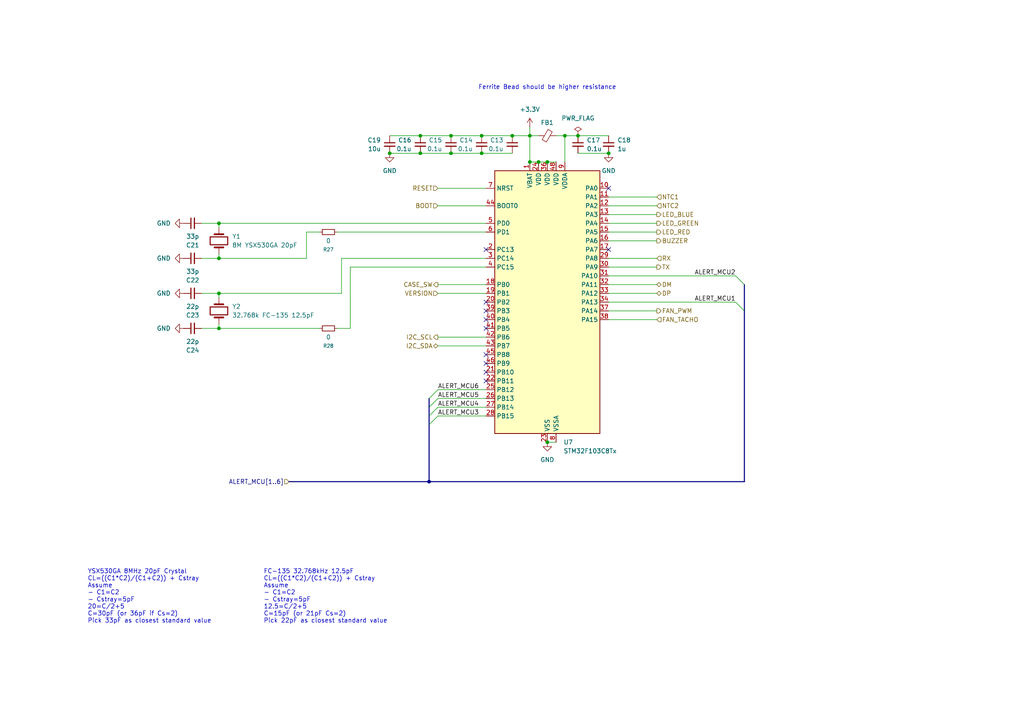
<source format=kicad_sch>
(kicad_sch
	(version 20250114)
	(generator "eeschema")
	(generator_version "9.0")
	(uuid "9c1e2eab-dea5-435d-84d6-8e0962055faa")
	(paper "A4")
	(title_block
		(title "12V-2x6 Current Monitor")
		(date "2025-09-21")
		(rev "1")
		(company "github.com/eggsampler")
	)
	(lib_symbols
		(symbol "Device:C_Small"
			(pin_numbers
				(hide yes)
			)
			(pin_names
				(offset 0.254)
				(hide yes)
			)
			(exclude_from_sim no)
			(in_bom yes)
			(on_board yes)
			(property "Reference" "C"
				(at 0.254 1.778 0)
				(effects
					(font
						(size 1.27 1.27)
					)
					(justify left)
				)
			)
			(property "Value" "C_Small"
				(at 0.254 -2.032 0)
				(effects
					(font
						(size 1.27 1.27)
					)
					(justify left)
				)
			)
			(property "Footprint" ""
				(at 0 0 0)
				(effects
					(font
						(size 1.27 1.27)
					)
					(hide yes)
				)
			)
			(property "Datasheet" "~"
				(at 0 0 0)
				(effects
					(font
						(size 1.27 1.27)
					)
					(hide yes)
				)
			)
			(property "Description" "Unpolarized capacitor, small symbol"
				(at 0 0 0)
				(effects
					(font
						(size 1.27 1.27)
					)
					(hide yes)
				)
			)
			(property "ki_keywords" "capacitor cap"
				(at 0 0 0)
				(effects
					(font
						(size 1.27 1.27)
					)
					(hide yes)
				)
			)
			(property "ki_fp_filters" "C_*"
				(at 0 0 0)
				(effects
					(font
						(size 1.27 1.27)
					)
					(hide yes)
				)
			)
			(symbol "C_Small_0_1"
				(polyline
					(pts
						(xy -1.524 0.508) (xy 1.524 0.508)
					)
					(stroke
						(width 0.3048)
						(type default)
					)
					(fill
						(type none)
					)
				)
				(polyline
					(pts
						(xy -1.524 -0.508) (xy 1.524 -0.508)
					)
					(stroke
						(width 0.3302)
						(type default)
					)
					(fill
						(type none)
					)
				)
			)
			(symbol "C_Small_1_1"
				(pin passive line
					(at 0 2.54 270)
					(length 2.032)
					(name "~"
						(effects
							(font
								(size 1.27 1.27)
							)
						)
					)
					(number "1"
						(effects
							(font
								(size 1.27 1.27)
							)
						)
					)
				)
				(pin passive line
					(at 0 -2.54 90)
					(length 2.032)
					(name "~"
						(effects
							(font
								(size 1.27 1.27)
							)
						)
					)
					(number "2"
						(effects
							(font
								(size 1.27 1.27)
							)
						)
					)
				)
			)
			(embedded_fonts no)
		)
		(symbol "Device:Crystal"
			(pin_numbers
				(hide yes)
			)
			(pin_names
				(offset 1.016)
				(hide yes)
			)
			(exclude_from_sim no)
			(in_bom yes)
			(on_board yes)
			(property "Reference" "Y"
				(at 0 3.81 0)
				(effects
					(font
						(size 1.27 1.27)
					)
				)
			)
			(property "Value" "Crystal"
				(at 0 -3.81 0)
				(effects
					(font
						(size 1.27 1.27)
					)
				)
			)
			(property "Footprint" ""
				(at 0 0 0)
				(effects
					(font
						(size 1.27 1.27)
					)
					(hide yes)
				)
			)
			(property "Datasheet" "~"
				(at 0 0 0)
				(effects
					(font
						(size 1.27 1.27)
					)
					(hide yes)
				)
			)
			(property "Description" "Two pin crystal"
				(at 0 0 0)
				(effects
					(font
						(size 1.27 1.27)
					)
					(hide yes)
				)
			)
			(property "ki_keywords" "quartz ceramic resonator oscillator"
				(at 0 0 0)
				(effects
					(font
						(size 1.27 1.27)
					)
					(hide yes)
				)
			)
			(property "ki_fp_filters" "Crystal*"
				(at 0 0 0)
				(effects
					(font
						(size 1.27 1.27)
					)
					(hide yes)
				)
			)
			(symbol "Crystal_0_1"
				(polyline
					(pts
						(xy -2.54 0) (xy -1.905 0)
					)
					(stroke
						(width 0)
						(type default)
					)
					(fill
						(type none)
					)
				)
				(polyline
					(pts
						(xy -1.905 -1.27) (xy -1.905 1.27)
					)
					(stroke
						(width 0.508)
						(type default)
					)
					(fill
						(type none)
					)
				)
				(rectangle
					(start -1.143 2.54)
					(end 1.143 -2.54)
					(stroke
						(width 0.3048)
						(type default)
					)
					(fill
						(type none)
					)
				)
				(polyline
					(pts
						(xy 1.905 -1.27) (xy 1.905 1.27)
					)
					(stroke
						(width 0.508)
						(type default)
					)
					(fill
						(type none)
					)
				)
				(polyline
					(pts
						(xy 2.54 0) (xy 1.905 0)
					)
					(stroke
						(width 0)
						(type default)
					)
					(fill
						(type none)
					)
				)
			)
			(symbol "Crystal_1_1"
				(pin passive line
					(at -3.81 0 0)
					(length 1.27)
					(name "1"
						(effects
							(font
								(size 1.27 1.27)
							)
						)
					)
					(number "1"
						(effects
							(font
								(size 1.27 1.27)
							)
						)
					)
				)
				(pin passive line
					(at 3.81 0 180)
					(length 1.27)
					(name "2"
						(effects
							(font
								(size 1.27 1.27)
							)
						)
					)
					(number "2"
						(effects
							(font
								(size 1.27 1.27)
							)
						)
					)
				)
			)
			(embedded_fonts no)
		)
		(symbol "Device:FerriteBead_Small"
			(pin_numbers
				(hide yes)
			)
			(pin_names
				(offset 0)
			)
			(exclude_from_sim no)
			(in_bom yes)
			(on_board yes)
			(property "Reference" "FB"
				(at 1.905 1.27 0)
				(effects
					(font
						(size 1.27 1.27)
					)
					(justify left)
				)
			)
			(property "Value" "FerriteBead_Small"
				(at 1.905 -1.27 0)
				(effects
					(font
						(size 1.27 1.27)
					)
					(justify left)
				)
			)
			(property "Footprint" ""
				(at -1.778 0 90)
				(effects
					(font
						(size 1.27 1.27)
					)
					(hide yes)
				)
			)
			(property "Datasheet" "~"
				(at 0 0 0)
				(effects
					(font
						(size 1.27 1.27)
					)
					(hide yes)
				)
			)
			(property "Description" "Ferrite bead, small symbol"
				(at 0 0 0)
				(effects
					(font
						(size 1.27 1.27)
					)
					(hide yes)
				)
			)
			(property "ki_keywords" "L ferrite bead inductor filter"
				(at 0 0 0)
				(effects
					(font
						(size 1.27 1.27)
					)
					(hide yes)
				)
			)
			(property "ki_fp_filters" "Inductor_* L_* *Ferrite*"
				(at 0 0 0)
				(effects
					(font
						(size 1.27 1.27)
					)
					(hide yes)
				)
			)
			(symbol "FerriteBead_Small_0_1"
				(polyline
					(pts
						(xy -1.8288 0.2794) (xy -1.1176 1.4986) (xy 1.8288 -0.2032) (xy 1.1176 -1.4224) (xy -1.8288 0.2794)
					)
					(stroke
						(width 0)
						(type default)
					)
					(fill
						(type none)
					)
				)
				(polyline
					(pts
						(xy 0 0.889) (xy 0 1.2954)
					)
					(stroke
						(width 0)
						(type default)
					)
					(fill
						(type none)
					)
				)
				(polyline
					(pts
						(xy 0 -1.27) (xy 0 -0.7874)
					)
					(stroke
						(width 0)
						(type default)
					)
					(fill
						(type none)
					)
				)
			)
			(symbol "FerriteBead_Small_1_1"
				(pin passive line
					(at 0 2.54 270)
					(length 1.27)
					(name "~"
						(effects
							(font
								(size 1.27 1.27)
							)
						)
					)
					(number "1"
						(effects
							(font
								(size 1.27 1.27)
							)
						)
					)
				)
				(pin passive line
					(at 0 -2.54 90)
					(length 1.27)
					(name "~"
						(effects
							(font
								(size 1.27 1.27)
							)
						)
					)
					(number "2"
						(effects
							(font
								(size 1.27 1.27)
							)
						)
					)
				)
			)
			(embedded_fonts no)
		)
		(symbol "Device:R_Small"
			(pin_numbers
				(hide yes)
			)
			(pin_names
				(offset 0.254)
				(hide yes)
			)
			(exclude_from_sim no)
			(in_bom yes)
			(on_board yes)
			(property "Reference" "R"
				(at 0 0 90)
				(effects
					(font
						(size 1.016 1.016)
					)
				)
			)
			(property "Value" "R_Small"
				(at 1.778 0 90)
				(effects
					(font
						(size 1.27 1.27)
					)
				)
			)
			(property "Footprint" ""
				(at 0 0 0)
				(effects
					(font
						(size 1.27 1.27)
					)
					(hide yes)
				)
			)
			(property "Datasheet" "~"
				(at 0 0 0)
				(effects
					(font
						(size 1.27 1.27)
					)
					(hide yes)
				)
			)
			(property "Description" "Resistor, small symbol"
				(at 0 0 0)
				(effects
					(font
						(size 1.27 1.27)
					)
					(hide yes)
				)
			)
			(property "ki_keywords" "R resistor"
				(at 0 0 0)
				(effects
					(font
						(size 1.27 1.27)
					)
					(hide yes)
				)
			)
			(property "ki_fp_filters" "R_*"
				(at 0 0 0)
				(effects
					(font
						(size 1.27 1.27)
					)
					(hide yes)
				)
			)
			(symbol "R_Small_0_1"
				(rectangle
					(start -0.762 1.778)
					(end 0.762 -1.778)
					(stroke
						(width 0.2032)
						(type default)
					)
					(fill
						(type none)
					)
				)
			)
			(symbol "R_Small_1_1"
				(pin passive line
					(at 0 2.54 270)
					(length 0.762)
					(name "~"
						(effects
							(font
								(size 1.27 1.27)
							)
						)
					)
					(number "1"
						(effects
							(font
								(size 1.27 1.27)
							)
						)
					)
				)
				(pin passive line
					(at 0 -2.54 90)
					(length 0.762)
					(name "~"
						(effects
							(font
								(size 1.27 1.27)
							)
						)
					)
					(number "2"
						(effects
							(font
								(size 1.27 1.27)
							)
						)
					)
				)
			)
			(embedded_fonts no)
		)
		(symbol "MCU_ST_STM32F1:STM32F103C8Tx"
			(exclude_from_sim no)
			(in_bom yes)
			(on_board yes)
			(property "Reference" "U"
				(at -15.24 39.37 0)
				(effects
					(font
						(size 1.27 1.27)
					)
					(justify left)
				)
			)
			(property "Value" "STM32F103C8Tx"
				(at 7.62 39.37 0)
				(effects
					(font
						(size 1.27 1.27)
					)
					(justify left)
				)
			)
			(property "Footprint" "Package_QFP:LQFP-48_7x7mm_P0.5mm"
				(at -15.24 -38.1 0)
				(effects
					(font
						(size 1.27 1.27)
					)
					(justify right)
					(hide yes)
				)
			)
			(property "Datasheet" "https://www.st.com/resource/en/datasheet/stm32f103c8.pdf"
				(at 0 0 0)
				(effects
					(font
						(size 1.27 1.27)
					)
					(hide yes)
				)
			)
			(property "Description" "STMicroelectronics Arm Cortex-M3 MCU, 64KB flash, 20KB RAM, 72 MHz, 2.0-3.6V, 37 GPIO, LQFP48"
				(at 0 0 0)
				(effects
					(font
						(size 1.27 1.27)
					)
					(hide yes)
				)
			)
			(property "ki_keywords" "Arm Cortex-M3 STM32F1 STM32F103"
				(at 0 0 0)
				(effects
					(font
						(size 1.27 1.27)
					)
					(hide yes)
				)
			)
			(property "ki_fp_filters" "LQFP*7x7mm*P0.5mm*"
				(at 0 0 0)
				(effects
					(font
						(size 1.27 1.27)
					)
					(hide yes)
				)
			)
			(symbol "STM32F103C8Tx_0_1"
				(rectangle
					(start -15.24 -38.1)
					(end 15.24 38.1)
					(stroke
						(width 0.254)
						(type default)
					)
					(fill
						(type background)
					)
				)
			)
			(symbol "STM32F103C8Tx_1_1"
				(pin input line
					(at -17.78 33.02 0)
					(length 2.54)
					(name "NRST"
						(effects
							(font
								(size 1.27 1.27)
							)
						)
					)
					(number "7"
						(effects
							(font
								(size 1.27 1.27)
							)
						)
					)
				)
				(pin input line
					(at -17.78 27.94 0)
					(length 2.54)
					(name "BOOT0"
						(effects
							(font
								(size 1.27 1.27)
							)
						)
					)
					(number "44"
						(effects
							(font
								(size 1.27 1.27)
							)
						)
					)
				)
				(pin bidirectional line
					(at -17.78 22.86 0)
					(length 2.54)
					(name "PD0"
						(effects
							(font
								(size 1.27 1.27)
							)
						)
					)
					(number "5"
						(effects
							(font
								(size 1.27 1.27)
							)
						)
					)
					(alternate "RCC_OSC_IN" bidirectional line)
				)
				(pin bidirectional line
					(at -17.78 20.32 0)
					(length 2.54)
					(name "PD1"
						(effects
							(font
								(size 1.27 1.27)
							)
						)
					)
					(number "6"
						(effects
							(font
								(size 1.27 1.27)
							)
						)
					)
					(alternate "RCC_OSC_OUT" bidirectional line)
				)
				(pin bidirectional line
					(at -17.78 15.24 0)
					(length 2.54)
					(name "PC13"
						(effects
							(font
								(size 1.27 1.27)
							)
						)
					)
					(number "2"
						(effects
							(font
								(size 1.27 1.27)
							)
						)
					)
					(alternate "RTC_OUT" bidirectional line)
					(alternate "RTC_TAMPER" bidirectional line)
				)
				(pin bidirectional line
					(at -17.78 12.7 0)
					(length 2.54)
					(name "PC14"
						(effects
							(font
								(size 1.27 1.27)
							)
						)
					)
					(number "3"
						(effects
							(font
								(size 1.27 1.27)
							)
						)
					)
					(alternate "RCC_OSC32_IN" bidirectional line)
				)
				(pin bidirectional line
					(at -17.78 10.16 0)
					(length 2.54)
					(name "PC15"
						(effects
							(font
								(size 1.27 1.27)
							)
						)
					)
					(number "4"
						(effects
							(font
								(size 1.27 1.27)
							)
						)
					)
					(alternate "ADC1_EXTI15" bidirectional line)
					(alternate "ADC2_EXTI15" bidirectional line)
					(alternate "RCC_OSC32_OUT" bidirectional line)
				)
				(pin bidirectional line
					(at -17.78 5.08 0)
					(length 2.54)
					(name "PB0"
						(effects
							(font
								(size 1.27 1.27)
							)
						)
					)
					(number "18"
						(effects
							(font
								(size 1.27 1.27)
							)
						)
					)
					(alternate "ADC1_IN8" bidirectional line)
					(alternate "ADC2_IN8" bidirectional line)
					(alternate "TIM1_CH2N" bidirectional line)
					(alternate "TIM3_CH3" bidirectional line)
				)
				(pin bidirectional line
					(at -17.78 2.54 0)
					(length 2.54)
					(name "PB1"
						(effects
							(font
								(size 1.27 1.27)
							)
						)
					)
					(number "19"
						(effects
							(font
								(size 1.27 1.27)
							)
						)
					)
					(alternate "ADC1_IN9" bidirectional line)
					(alternate "ADC2_IN9" bidirectional line)
					(alternate "TIM1_CH3N" bidirectional line)
					(alternate "TIM3_CH4" bidirectional line)
				)
				(pin bidirectional line
					(at -17.78 0 0)
					(length 2.54)
					(name "PB2"
						(effects
							(font
								(size 1.27 1.27)
							)
						)
					)
					(number "20"
						(effects
							(font
								(size 1.27 1.27)
							)
						)
					)
				)
				(pin bidirectional line
					(at -17.78 -2.54 0)
					(length 2.54)
					(name "PB3"
						(effects
							(font
								(size 1.27 1.27)
							)
						)
					)
					(number "39"
						(effects
							(font
								(size 1.27 1.27)
							)
						)
					)
					(alternate "SPI1_SCK" bidirectional line)
					(alternate "SYS_JTDO-TRACESWO" bidirectional line)
					(alternate "TIM2_CH2" bidirectional line)
				)
				(pin bidirectional line
					(at -17.78 -5.08 0)
					(length 2.54)
					(name "PB4"
						(effects
							(font
								(size 1.27 1.27)
							)
						)
					)
					(number "40"
						(effects
							(font
								(size 1.27 1.27)
							)
						)
					)
					(alternate "SPI1_MISO" bidirectional line)
					(alternate "SYS_NJTRST" bidirectional line)
					(alternate "TIM3_CH1" bidirectional line)
				)
				(pin bidirectional line
					(at -17.78 -7.62 0)
					(length 2.54)
					(name "PB5"
						(effects
							(font
								(size 1.27 1.27)
							)
						)
					)
					(number "41"
						(effects
							(font
								(size 1.27 1.27)
							)
						)
					)
					(alternate "I2C1_SMBA" bidirectional line)
					(alternate "SPI1_MOSI" bidirectional line)
					(alternate "TIM3_CH2" bidirectional line)
				)
				(pin bidirectional line
					(at -17.78 -10.16 0)
					(length 2.54)
					(name "PB6"
						(effects
							(font
								(size 1.27 1.27)
							)
						)
					)
					(number "42"
						(effects
							(font
								(size 1.27 1.27)
							)
						)
					)
					(alternate "I2C1_SCL" bidirectional line)
					(alternate "TIM4_CH1" bidirectional line)
					(alternate "USART1_TX" bidirectional line)
				)
				(pin bidirectional line
					(at -17.78 -12.7 0)
					(length 2.54)
					(name "PB7"
						(effects
							(font
								(size 1.27 1.27)
							)
						)
					)
					(number "43"
						(effects
							(font
								(size 1.27 1.27)
							)
						)
					)
					(alternate "I2C1_SDA" bidirectional line)
					(alternate "TIM4_CH2" bidirectional line)
					(alternate "USART1_RX" bidirectional line)
				)
				(pin bidirectional line
					(at -17.78 -15.24 0)
					(length 2.54)
					(name "PB8"
						(effects
							(font
								(size 1.27 1.27)
							)
						)
					)
					(number "45"
						(effects
							(font
								(size 1.27 1.27)
							)
						)
					)
					(alternate "CAN_RX" bidirectional line)
					(alternate "I2C1_SCL" bidirectional line)
					(alternate "TIM4_CH3" bidirectional line)
				)
				(pin bidirectional line
					(at -17.78 -17.78 0)
					(length 2.54)
					(name "PB9"
						(effects
							(font
								(size 1.27 1.27)
							)
						)
					)
					(number "46"
						(effects
							(font
								(size 1.27 1.27)
							)
						)
					)
					(alternate "CAN_TX" bidirectional line)
					(alternate "I2C1_SDA" bidirectional line)
					(alternate "TIM4_CH4" bidirectional line)
				)
				(pin bidirectional line
					(at -17.78 -20.32 0)
					(length 2.54)
					(name "PB10"
						(effects
							(font
								(size 1.27 1.27)
							)
						)
					)
					(number "21"
						(effects
							(font
								(size 1.27 1.27)
							)
						)
					)
					(alternate "I2C2_SCL" bidirectional line)
					(alternate "TIM2_CH3" bidirectional line)
					(alternate "USART3_TX" bidirectional line)
				)
				(pin bidirectional line
					(at -17.78 -22.86 0)
					(length 2.54)
					(name "PB11"
						(effects
							(font
								(size 1.27 1.27)
							)
						)
					)
					(number "22"
						(effects
							(font
								(size 1.27 1.27)
							)
						)
					)
					(alternate "ADC1_EXTI11" bidirectional line)
					(alternate "ADC2_EXTI11" bidirectional line)
					(alternate "I2C2_SDA" bidirectional line)
					(alternate "TIM2_CH4" bidirectional line)
					(alternate "USART3_RX" bidirectional line)
				)
				(pin bidirectional line
					(at -17.78 -25.4 0)
					(length 2.54)
					(name "PB12"
						(effects
							(font
								(size 1.27 1.27)
							)
						)
					)
					(number "25"
						(effects
							(font
								(size 1.27 1.27)
							)
						)
					)
					(alternate "I2C2_SMBA" bidirectional line)
					(alternate "SPI2_NSS" bidirectional line)
					(alternate "TIM1_BKIN" bidirectional line)
					(alternate "USART3_CK" bidirectional line)
				)
				(pin bidirectional line
					(at -17.78 -27.94 0)
					(length 2.54)
					(name "PB13"
						(effects
							(font
								(size 1.27 1.27)
							)
						)
					)
					(number "26"
						(effects
							(font
								(size 1.27 1.27)
							)
						)
					)
					(alternate "SPI2_SCK" bidirectional line)
					(alternate "TIM1_CH1N" bidirectional line)
					(alternate "USART3_CTS" bidirectional line)
				)
				(pin bidirectional line
					(at -17.78 -30.48 0)
					(length 2.54)
					(name "PB14"
						(effects
							(font
								(size 1.27 1.27)
							)
						)
					)
					(number "27"
						(effects
							(font
								(size 1.27 1.27)
							)
						)
					)
					(alternate "SPI2_MISO" bidirectional line)
					(alternate "TIM1_CH2N" bidirectional line)
					(alternate "USART3_RTS" bidirectional line)
				)
				(pin bidirectional line
					(at -17.78 -33.02 0)
					(length 2.54)
					(name "PB15"
						(effects
							(font
								(size 1.27 1.27)
							)
						)
					)
					(number "28"
						(effects
							(font
								(size 1.27 1.27)
							)
						)
					)
					(alternate "ADC1_EXTI15" bidirectional line)
					(alternate "ADC2_EXTI15" bidirectional line)
					(alternate "SPI2_MOSI" bidirectional line)
					(alternate "TIM1_CH3N" bidirectional line)
				)
				(pin power_in line
					(at -5.08 40.64 270)
					(length 2.54)
					(name "VBAT"
						(effects
							(font
								(size 1.27 1.27)
							)
						)
					)
					(number "1"
						(effects
							(font
								(size 1.27 1.27)
							)
						)
					)
				)
				(pin power_in line
					(at -2.54 40.64 270)
					(length 2.54)
					(name "VDD"
						(effects
							(font
								(size 1.27 1.27)
							)
						)
					)
					(number "24"
						(effects
							(font
								(size 1.27 1.27)
							)
						)
					)
				)
				(pin power_in line
					(at 0 40.64 270)
					(length 2.54)
					(name "VDD"
						(effects
							(font
								(size 1.27 1.27)
							)
						)
					)
					(number "36"
						(effects
							(font
								(size 1.27 1.27)
							)
						)
					)
				)
				(pin power_in line
					(at 0 -40.64 90)
					(length 2.54)
					(name "VSS"
						(effects
							(font
								(size 1.27 1.27)
							)
						)
					)
					(number "23"
						(effects
							(font
								(size 1.27 1.27)
							)
						)
					)
				)
				(pin passive line
					(at 0 -40.64 90)
					(length 2.54)
					(hide yes)
					(name "VSS"
						(effects
							(font
								(size 1.27 1.27)
							)
						)
					)
					(number "35"
						(effects
							(font
								(size 1.27 1.27)
							)
						)
					)
				)
				(pin passive line
					(at 0 -40.64 90)
					(length 2.54)
					(hide yes)
					(name "VSS"
						(effects
							(font
								(size 1.27 1.27)
							)
						)
					)
					(number "47"
						(effects
							(font
								(size 1.27 1.27)
							)
						)
					)
				)
				(pin power_in line
					(at 2.54 40.64 270)
					(length 2.54)
					(name "VDD"
						(effects
							(font
								(size 1.27 1.27)
							)
						)
					)
					(number "48"
						(effects
							(font
								(size 1.27 1.27)
							)
						)
					)
				)
				(pin power_in line
					(at 2.54 -40.64 90)
					(length 2.54)
					(name "VSSA"
						(effects
							(font
								(size 1.27 1.27)
							)
						)
					)
					(number "8"
						(effects
							(font
								(size 1.27 1.27)
							)
						)
					)
				)
				(pin power_in line
					(at 5.08 40.64 270)
					(length 2.54)
					(name "VDDA"
						(effects
							(font
								(size 1.27 1.27)
							)
						)
					)
					(number "9"
						(effects
							(font
								(size 1.27 1.27)
							)
						)
					)
				)
				(pin bidirectional line
					(at 17.78 33.02 180)
					(length 2.54)
					(name "PA0"
						(effects
							(font
								(size 1.27 1.27)
							)
						)
					)
					(number "10"
						(effects
							(font
								(size 1.27 1.27)
							)
						)
					)
					(alternate "ADC1_IN0" bidirectional line)
					(alternate "ADC2_IN0" bidirectional line)
					(alternate "SYS_WKUP" bidirectional line)
					(alternate "TIM2_CH1" bidirectional line)
					(alternate "TIM2_ETR" bidirectional line)
					(alternate "USART2_CTS" bidirectional line)
				)
				(pin bidirectional line
					(at 17.78 30.48 180)
					(length 2.54)
					(name "PA1"
						(effects
							(font
								(size 1.27 1.27)
							)
						)
					)
					(number "11"
						(effects
							(font
								(size 1.27 1.27)
							)
						)
					)
					(alternate "ADC1_IN1" bidirectional line)
					(alternate "ADC2_IN1" bidirectional line)
					(alternate "TIM2_CH2" bidirectional line)
					(alternate "USART2_RTS" bidirectional line)
				)
				(pin bidirectional line
					(at 17.78 27.94 180)
					(length 2.54)
					(name "PA2"
						(effects
							(font
								(size 1.27 1.27)
							)
						)
					)
					(number "12"
						(effects
							(font
								(size 1.27 1.27)
							)
						)
					)
					(alternate "ADC1_IN2" bidirectional line)
					(alternate "ADC2_IN2" bidirectional line)
					(alternate "TIM2_CH3" bidirectional line)
					(alternate "USART2_TX" bidirectional line)
				)
				(pin bidirectional line
					(at 17.78 25.4 180)
					(length 2.54)
					(name "PA3"
						(effects
							(font
								(size 1.27 1.27)
							)
						)
					)
					(number "13"
						(effects
							(font
								(size 1.27 1.27)
							)
						)
					)
					(alternate "ADC1_IN3" bidirectional line)
					(alternate "ADC2_IN3" bidirectional line)
					(alternate "TIM2_CH4" bidirectional line)
					(alternate "USART2_RX" bidirectional line)
				)
				(pin bidirectional line
					(at 17.78 22.86 180)
					(length 2.54)
					(name "PA4"
						(effects
							(font
								(size 1.27 1.27)
							)
						)
					)
					(number "14"
						(effects
							(font
								(size 1.27 1.27)
							)
						)
					)
					(alternate "ADC1_IN4" bidirectional line)
					(alternate "ADC2_IN4" bidirectional line)
					(alternate "SPI1_NSS" bidirectional line)
					(alternate "USART2_CK" bidirectional line)
				)
				(pin bidirectional line
					(at 17.78 20.32 180)
					(length 2.54)
					(name "PA5"
						(effects
							(font
								(size 1.27 1.27)
							)
						)
					)
					(number "15"
						(effects
							(font
								(size 1.27 1.27)
							)
						)
					)
					(alternate "ADC1_IN5" bidirectional line)
					(alternate "ADC2_IN5" bidirectional line)
					(alternate "SPI1_SCK" bidirectional line)
				)
				(pin bidirectional line
					(at 17.78 17.78 180)
					(length 2.54)
					(name "PA6"
						(effects
							(font
								(size 1.27 1.27)
							)
						)
					)
					(number "16"
						(effects
							(font
								(size 1.27 1.27)
							)
						)
					)
					(alternate "ADC1_IN6" bidirectional line)
					(alternate "ADC2_IN6" bidirectional line)
					(alternate "SPI1_MISO" bidirectional line)
					(alternate "TIM1_BKIN" bidirectional line)
					(alternate "TIM3_CH1" bidirectional line)
				)
				(pin bidirectional line
					(at 17.78 15.24 180)
					(length 2.54)
					(name "PA7"
						(effects
							(font
								(size 1.27 1.27)
							)
						)
					)
					(number "17"
						(effects
							(font
								(size 1.27 1.27)
							)
						)
					)
					(alternate "ADC1_IN7" bidirectional line)
					(alternate "ADC2_IN7" bidirectional line)
					(alternate "SPI1_MOSI" bidirectional line)
					(alternate "TIM1_CH1N" bidirectional line)
					(alternate "TIM3_CH2" bidirectional line)
				)
				(pin bidirectional line
					(at 17.78 12.7 180)
					(length 2.54)
					(name "PA8"
						(effects
							(font
								(size 1.27 1.27)
							)
						)
					)
					(number "29"
						(effects
							(font
								(size 1.27 1.27)
							)
						)
					)
					(alternate "RCC_MCO" bidirectional line)
					(alternate "TIM1_CH1" bidirectional line)
					(alternate "USART1_CK" bidirectional line)
				)
				(pin bidirectional line
					(at 17.78 10.16 180)
					(length 2.54)
					(name "PA9"
						(effects
							(font
								(size 1.27 1.27)
							)
						)
					)
					(number "30"
						(effects
							(font
								(size 1.27 1.27)
							)
						)
					)
					(alternate "TIM1_CH2" bidirectional line)
					(alternate "USART1_TX" bidirectional line)
				)
				(pin bidirectional line
					(at 17.78 7.62 180)
					(length 2.54)
					(name "PA10"
						(effects
							(font
								(size 1.27 1.27)
							)
						)
					)
					(number "31"
						(effects
							(font
								(size 1.27 1.27)
							)
						)
					)
					(alternate "TIM1_CH3" bidirectional line)
					(alternate "USART1_RX" bidirectional line)
				)
				(pin bidirectional line
					(at 17.78 5.08 180)
					(length 2.54)
					(name "PA11"
						(effects
							(font
								(size 1.27 1.27)
							)
						)
					)
					(number "32"
						(effects
							(font
								(size 1.27 1.27)
							)
						)
					)
					(alternate "ADC1_EXTI11" bidirectional line)
					(alternate "ADC2_EXTI11" bidirectional line)
					(alternate "CAN_RX" bidirectional line)
					(alternate "TIM1_CH4" bidirectional line)
					(alternate "USART1_CTS" bidirectional line)
					(alternate "USB_DM" bidirectional line)
				)
				(pin bidirectional line
					(at 17.78 2.54 180)
					(length 2.54)
					(name "PA12"
						(effects
							(font
								(size 1.27 1.27)
							)
						)
					)
					(number "33"
						(effects
							(font
								(size 1.27 1.27)
							)
						)
					)
					(alternate "CAN_TX" bidirectional line)
					(alternate "TIM1_ETR" bidirectional line)
					(alternate "USART1_RTS" bidirectional line)
					(alternate "USB_DP" bidirectional line)
				)
				(pin bidirectional line
					(at 17.78 0 180)
					(length 2.54)
					(name "PA13"
						(effects
							(font
								(size 1.27 1.27)
							)
						)
					)
					(number "34"
						(effects
							(font
								(size 1.27 1.27)
							)
						)
					)
					(alternate "SYS_JTMS-SWDIO" bidirectional line)
				)
				(pin bidirectional line
					(at 17.78 -2.54 180)
					(length 2.54)
					(name "PA14"
						(effects
							(font
								(size 1.27 1.27)
							)
						)
					)
					(number "37"
						(effects
							(font
								(size 1.27 1.27)
							)
						)
					)
					(alternate "SYS_JTCK-SWCLK" bidirectional line)
				)
				(pin bidirectional line
					(at 17.78 -5.08 180)
					(length 2.54)
					(name "PA15"
						(effects
							(font
								(size 1.27 1.27)
							)
						)
					)
					(number "38"
						(effects
							(font
								(size 1.27 1.27)
							)
						)
					)
					(alternate "ADC1_EXTI15" bidirectional line)
					(alternate "ADC2_EXTI15" bidirectional line)
					(alternate "SPI1_NSS" bidirectional line)
					(alternate "SYS_JTDI" bidirectional line)
					(alternate "TIM2_CH1" bidirectional line)
					(alternate "TIM2_ETR" bidirectional line)
				)
			)
			(embedded_fonts no)
		)
		(symbol "power:+3.3V"
			(power)
			(pin_numbers
				(hide yes)
			)
			(pin_names
				(offset 0)
				(hide yes)
			)
			(exclude_from_sim no)
			(in_bom yes)
			(on_board yes)
			(property "Reference" "#PWR"
				(at 0 -3.81 0)
				(effects
					(font
						(size 1.27 1.27)
					)
					(hide yes)
				)
			)
			(property "Value" "+3.3V"
				(at 0 3.556 0)
				(effects
					(font
						(size 1.27 1.27)
					)
				)
			)
			(property "Footprint" ""
				(at 0 0 0)
				(effects
					(font
						(size 1.27 1.27)
					)
					(hide yes)
				)
			)
			(property "Datasheet" ""
				(at 0 0 0)
				(effects
					(font
						(size 1.27 1.27)
					)
					(hide yes)
				)
			)
			(property "Description" "Power symbol creates a global label with name \"+3.3V\""
				(at 0 0 0)
				(effects
					(font
						(size 1.27 1.27)
					)
					(hide yes)
				)
			)
			(property "ki_keywords" "global power"
				(at 0 0 0)
				(effects
					(font
						(size 1.27 1.27)
					)
					(hide yes)
				)
			)
			(symbol "+3.3V_0_1"
				(polyline
					(pts
						(xy -0.762 1.27) (xy 0 2.54)
					)
					(stroke
						(width 0)
						(type default)
					)
					(fill
						(type none)
					)
				)
				(polyline
					(pts
						(xy 0 2.54) (xy 0.762 1.27)
					)
					(stroke
						(width 0)
						(type default)
					)
					(fill
						(type none)
					)
				)
				(polyline
					(pts
						(xy 0 0) (xy 0 2.54)
					)
					(stroke
						(width 0)
						(type default)
					)
					(fill
						(type none)
					)
				)
			)
			(symbol "+3.3V_1_1"
				(pin power_in line
					(at 0 0 90)
					(length 0)
					(name "~"
						(effects
							(font
								(size 1.27 1.27)
							)
						)
					)
					(number "1"
						(effects
							(font
								(size 1.27 1.27)
							)
						)
					)
				)
			)
			(embedded_fonts no)
		)
		(symbol "power:GND"
			(power)
			(pin_numbers
				(hide yes)
			)
			(pin_names
				(offset 0)
				(hide yes)
			)
			(exclude_from_sim no)
			(in_bom yes)
			(on_board yes)
			(property "Reference" "#PWR"
				(at 0 -6.35 0)
				(effects
					(font
						(size 1.27 1.27)
					)
					(hide yes)
				)
			)
			(property "Value" "GND"
				(at 0 -3.81 0)
				(effects
					(font
						(size 1.27 1.27)
					)
				)
			)
			(property "Footprint" ""
				(at 0 0 0)
				(effects
					(font
						(size 1.27 1.27)
					)
					(hide yes)
				)
			)
			(property "Datasheet" ""
				(at 0 0 0)
				(effects
					(font
						(size 1.27 1.27)
					)
					(hide yes)
				)
			)
			(property "Description" "Power symbol creates a global label with name \"GND\" , ground"
				(at 0 0 0)
				(effects
					(font
						(size 1.27 1.27)
					)
					(hide yes)
				)
			)
			(property "ki_keywords" "global power"
				(at 0 0 0)
				(effects
					(font
						(size 1.27 1.27)
					)
					(hide yes)
				)
			)
			(symbol "GND_0_1"
				(polyline
					(pts
						(xy 0 0) (xy 0 -1.27) (xy 1.27 -1.27) (xy 0 -2.54) (xy -1.27 -1.27) (xy 0 -1.27)
					)
					(stroke
						(width 0)
						(type default)
					)
					(fill
						(type none)
					)
				)
			)
			(symbol "GND_1_1"
				(pin power_in line
					(at 0 0 270)
					(length 0)
					(name "~"
						(effects
							(font
								(size 1.27 1.27)
							)
						)
					)
					(number "1"
						(effects
							(font
								(size 1.27 1.27)
							)
						)
					)
				)
			)
			(embedded_fonts no)
		)
		(symbol "power:PWR_FLAG"
			(power)
			(pin_numbers
				(hide yes)
			)
			(pin_names
				(offset 0)
				(hide yes)
			)
			(exclude_from_sim no)
			(in_bom yes)
			(on_board yes)
			(property "Reference" "#FLG"
				(at 0 1.905 0)
				(effects
					(font
						(size 1.27 1.27)
					)
					(hide yes)
				)
			)
			(property "Value" "PWR_FLAG"
				(at 0 3.81 0)
				(effects
					(font
						(size 1.27 1.27)
					)
				)
			)
			(property "Footprint" ""
				(at 0 0 0)
				(effects
					(font
						(size 1.27 1.27)
					)
					(hide yes)
				)
			)
			(property "Datasheet" "~"
				(at 0 0 0)
				(effects
					(font
						(size 1.27 1.27)
					)
					(hide yes)
				)
			)
			(property "Description" "Special symbol for telling ERC where power comes from"
				(at 0 0 0)
				(effects
					(font
						(size 1.27 1.27)
					)
					(hide yes)
				)
			)
			(property "ki_keywords" "flag power"
				(at 0 0 0)
				(effects
					(font
						(size 1.27 1.27)
					)
					(hide yes)
				)
			)
			(symbol "PWR_FLAG_0_0"
				(pin power_out line
					(at 0 0 90)
					(length 0)
					(name "~"
						(effects
							(font
								(size 1.27 1.27)
							)
						)
					)
					(number "1"
						(effects
							(font
								(size 1.27 1.27)
							)
						)
					)
				)
			)
			(symbol "PWR_FLAG_0_1"
				(polyline
					(pts
						(xy 0 0) (xy 0 1.27) (xy -1.016 1.905) (xy 0 2.54) (xy 1.016 1.905) (xy 0 1.27)
					)
					(stroke
						(width 0)
						(type default)
					)
					(fill
						(type none)
					)
				)
			)
			(embedded_fonts no)
		)
	)
	(text "Ferrite Bead should be higher resistance"
		(exclude_from_sim no)
		(at 158.75 25.4 0)
		(effects
			(font
				(size 1.27 1.27)
			)
		)
		(uuid "049b3d91-696c-436e-8377-47a937167338")
	)
	(text "YSX530GA 8MHz 20pF Crystal\nCL=((C1*C2)/(C1+C2)) + Cstray\nAssume\n- C1=C2\n- Cstray=5pF\n20=C/2+5\nC=30pF (or 36pF if Cs=2)\nPick 33pF as closest standard value"
		(exclude_from_sim no)
		(at 25.4 165.1 0)
		(effects
			(font
				(size 1.27 1.27)
			)
			(justify left top)
		)
		(uuid "1fedec4d-cadd-4924-b5de-e9d1255b2ac0")
	)
	(text "FC-135 32.768kHz 12.5pF\nCL=((C1*C2)/(C1+C2)) + Cstray\nAssume\n- C1=C2\n- Cstray=5pF\n12.5=C/2+5\nC=15pF (or 21pF Cs=2)\nPick 22pF as closest standard value"
		(exclude_from_sim no)
		(at 76.454 165.1 0)
		(effects
			(font
				(size 1.27 1.27)
			)
			(justify left top)
		)
		(uuid "7aab089d-f24b-46cb-baa7-3bc72f9dbbb8")
	)
	(junction
		(at 139.7 44.45)
		(diameter 0)
		(color 0 0 0 0)
		(uuid "0f31fa2b-c19e-45d8-af1a-3d3a99062187")
	)
	(junction
		(at 153.67 46.99)
		(diameter 0)
		(color 0 0 0 0)
		(uuid "1ee77808-c795-4af5-8755-6c8d73012aef")
	)
	(junction
		(at 130.81 39.37)
		(diameter 0)
		(color 0 0 0 0)
		(uuid "46ad0852-49ec-4767-84d3-45bb3c95c29b")
	)
	(junction
		(at 158.75 128.27)
		(diameter 0)
		(color 0 0 0 0)
		(uuid "595adc0b-ca80-46b3-991e-58375977e147")
	)
	(junction
		(at 124.46 139.7)
		(diameter 0)
		(color 0 0 0 0)
		(uuid "617ec43f-bbe7-43c2-8576-8b261230b03e")
	)
	(junction
		(at 156.21 46.99)
		(diameter 0)
		(color 0 0 0 0)
		(uuid "6b5e7c7f-7b32-47c6-b0e6-d61be7c12ea8")
	)
	(junction
		(at 163.83 39.37)
		(diameter 0)
		(color 0 0 0 0)
		(uuid "6caf5c87-2fa0-4e0e-b4ee-8a79e0f979fa")
	)
	(junction
		(at 63.5 95.25)
		(diameter 0)
		(color 0 0 0 0)
		(uuid "6ddf46bd-62bd-4fc9-b91a-c0e35be5fe2f")
	)
	(junction
		(at 63.5 74.93)
		(diameter 0)
		(color 0 0 0 0)
		(uuid "702ba607-4bdb-4b5d-ba05-1a0b29edce8a")
	)
	(junction
		(at 63.5 85.09)
		(diameter 0)
		(color 0 0 0 0)
		(uuid "77096398-1464-4b65-b240-804e00ee0d24")
	)
	(junction
		(at 113.03 44.45)
		(diameter 0)
		(color 0 0 0 0)
		(uuid "7794d5b0-cf13-4011-9439-47d399fe4d14")
	)
	(junction
		(at 167.64 39.37)
		(diameter 0)
		(color 0 0 0 0)
		(uuid "7bacca56-e146-4d97-a7b7-ace2302a59ab")
	)
	(junction
		(at 153.67 39.37)
		(diameter 0)
		(color 0 0 0 0)
		(uuid "a3779458-d3a3-43a0-b232-c7416b07ef8c")
	)
	(junction
		(at 63.5 64.77)
		(diameter 0)
		(color 0 0 0 0)
		(uuid "bd7e2f0a-c7ea-4abb-a73a-79436adf8e7a")
	)
	(junction
		(at 158.75 46.99)
		(diameter 0)
		(color 0 0 0 0)
		(uuid "bfde5a76-82ba-4efc-93af-0f575544b1a0")
	)
	(junction
		(at 121.92 44.45)
		(diameter 0)
		(color 0 0 0 0)
		(uuid "c634e220-4067-425f-a913-749bf9927c1f")
	)
	(junction
		(at 176.53 44.45)
		(diameter 0)
		(color 0 0 0 0)
		(uuid "ca847ce9-84f5-4a69-a784-57ca5d77801a")
	)
	(junction
		(at 139.7 39.37)
		(diameter 0)
		(color 0 0 0 0)
		(uuid "da1bd957-e0a4-4a3f-8ef3-84eda1fdab7c")
	)
	(junction
		(at 130.81 44.45)
		(diameter 0)
		(color 0 0 0 0)
		(uuid "e17b7556-c698-4ca6-86d6-9f33d768bd4e")
	)
	(junction
		(at 148.59 39.37)
		(diameter 0)
		(color 0 0 0 0)
		(uuid "f64a18c6-307e-4add-8ed6-e1ada89fe507")
	)
	(junction
		(at 121.92 39.37)
		(diameter 0)
		(color 0 0 0 0)
		(uuid "fd75ef72-c27d-4e63-aad4-290f69c274bf")
	)
	(no_connect
		(at 140.97 87.63)
		(uuid "0e89496c-5a8d-4388-ae8b-f0a3fbfcdcd1")
	)
	(no_connect
		(at 140.97 90.17)
		(uuid "119f03ff-1b76-4aa5-b728-ba48ef28f041")
	)
	(no_connect
		(at 140.97 107.95)
		(uuid "2c13d533-a587-4b94-9112-2637606c035a")
	)
	(no_connect
		(at 140.97 102.87)
		(uuid "3e49f775-4fb4-4765-bf3a-137745c04078")
	)
	(no_connect
		(at 140.97 72.39)
		(uuid "4607f406-f854-4f43-9f59-eeb99790e76a")
	)
	(no_connect
		(at 140.97 92.71)
		(uuid "462113b4-fcdb-4f9e-b379-56ba3b409bd9")
	)
	(no_connect
		(at 176.53 54.61)
		(uuid "6f596637-ce91-4e1e-9ce9-aa1b94516afe")
	)
	(no_connect
		(at 140.97 105.41)
		(uuid "75d0bb9c-d7de-40d3-8a15-66336ee25c2f")
	)
	(no_connect
		(at 140.97 95.25)
		(uuid "932fe144-dd86-4938-9587-45b09056e49a")
	)
	(no_connect
		(at 140.97 110.49)
		(uuid "96e36f74-23a6-441c-960c-2d873326c6e0")
	)
	(no_connect
		(at 176.53 72.39)
		(uuid "b1468717-0173-4a96-9f1c-bf18a0926747")
	)
	(bus_entry
		(at 215.9 82.55)
		(size -2.54 -2.54)
		(stroke
			(width 0)
			(type default)
		)
		(uuid "090a3c51-29e9-4c9e-8091-616714a18f49")
	)
	(bus_entry
		(at 124.46 123.19)
		(size 2.54 -2.54)
		(stroke
			(width 0)
			(type default)
		)
		(uuid "1480dfa8-adb2-460f-9ad7-79cd5c119878")
	)
	(bus_entry
		(at 124.46 120.65)
		(size 2.54 -2.54)
		(stroke
			(width 0)
			(type default)
		)
		(uuid "8003e7be-759c-413a-aee9-021880231e36")
	)
	(bus_entry
		(at 124.46 115.57)
		(size 2.54 -2.54)
		(stroke
			(width 0)
			(type default)
		)
		(uuid "8b66e040-2c94-47da-a4bb-0ae9b655242c")
	)
	(bus_entry
		(at 124.46 118.11)
		(size 2.54 -2.54)
		(stroke
			(width 0)
			(type default)
		)
		(uuid "9b5db325-0c0b-47b7-8b22-99646346e216")
	)
	(bus_entry
		(at 215.9 90.17)
		(size -2.54 -2.54)
		(stroke
			(width 0)
			(type default)
		)
		(uuid "bb46eb58-0cec-46ba-a4f8-b8c4b9059e16")
	)
	(wire
		(pts
			(xy 88.9 67.31) (xy 92.71 67.31)
		)
		(stroke
			(width 0)
			(type default)
		)
		(uuid "09328a57-4862-4279-8ef5-1bc328f5487f")
	)
	(wire
		(pts
			(xy 88.9 74.93) (xy 63.5 74.93)
		)
		(stroke
			(width 0)
			(type default)
		)
		(uuid "16ed4691-dab5-4b1a-a054-e4b9577c149a")
	)
	(wire
		(pts
			(xy 167.64 44.45) (xy 176.53 44.45)
		)
		(stroke
			(width 0)
			(type default)
		)
		(uuid "17e2bda9-9897-44c0-a19e-cf408d0b1107")
	)
	(bus
		(pts
			(xy 83.82 139.7) (xy 124.46 139.7)
		)
		(stroke
			(width 0)
			(type default)
		)
		(uuid "19ff6eaa-bb9e-4f79-9962-988a83fbe386")
	)
	(wire
		(pts
			(xy 127 97.79) (xy 140.97 97.79)
		)
		(stroke
			(width 0)
			(type default)
		)
		(uuid "1d2f4f9a-8762-403e-b96f-37168213a507")
	)
	(wire
		(pts
			(xy 101.6 77.47) (xy 101.6 95.25)
		)
		(stroke
			(width 0)
			(type default)
		)
		(uuid "2097e213-9736-4e55-8502-0d985e51a1f4")
	)
	(wire
		(pts
			(xy 139.7 44.45) (xy 148.59 44.45)
		)
		(stroke
			(width 0)
			(type default)
		)
		(uuid "20ab76a5-84db-407e-bce0-af876769476c")
	)
	(wire
		(pts
			(xy 176.53 59.69) (xy 190.5 59.69)
		)
		(stroke
			(width 0)
			(type default)
		)
		(uuid "22fb3a67-bdd8-40e1-8f42-1e1f6c149980")
	)
	(wire
		(pts
			(xy 63.5 66.04) (xy 63.5 64.77)
		)
		(stroke
			(width 0)
			(type default)
		)
		(uuid "24caf258-7d8d-42c0-af59-936e424954e1")
	)
	(wire
		(pts
			(xy 163.83 39.37) (xy 167.64 39.37)
		)
		(stroke
			(width 0)
			(type default)
		)
		(uuid "279684da-15f1-46c2-8cd4-fbc518ab18df")
	)
	(wire
		(pts
			(xy 190.5 85.09) (xy 176.53 85.09)
		)
		(stroke
			(width 0)
			(type default)
		)
		(uuid "29adbded-aad4-4347-8319-d8ea86afd975")
	)
	(wire
		(pts
			(xy 190.5 82.55) (xy 176.53 82.55)
		)
		(stroke
			(width 0)
			(type default)
		)
		(uuid "349d7173-7d01-4ad6-bc20-38a066dcd657")
	)
	(wire
		(pts
			(xy 63.5 64.77) (xy 140.97 64.77)
		)
		(stroke
			(width 0)
			(type default)
		)
		(uuid "35280330-e00f-473b-b17d-da38c645cbf3")
	)
	(wire
		(pts
			(xy 148.59 39.37) (xy 153.67 39.37)
		)
		(stroke
			(width 0)
			(type default)
		)
		(uuid "36ad67b9-7e16-4d76-b5cd-d1f2d8429f74")
	)
	(wire
		(pts
			(xy 121.92 44.45) (xy 130.81 44.45)
		)
		(stroke
			(width 0)
			(type default)
		)
		(uuid "3700b79d-7d1d-43da-a993-b37aebc69668")
	)
	(bus
		(pts
			(xy 124.46 118.11) (xy 124.46 120.65)
		)
		(stroke
			(width 0)
			(type default)
		)
		(uuid "43394d79-f5ac-4d86-ad57-c4b2a1a1914f")
	)
	(wire
		(pts
			(xy 99.06 74.93) (xy 99.06 85.09)
		)
		(stroke
			(width 0)
			(type default)
		)
		(uuid "433b24e7-1a6c-4106-88d7-aaa61d984250")
	)
	(bus
		(pts
			(xy 215.9 139.7) (xy 124.46 139.7)
		)
		(stroke
			(width 0)
			(type default)
		)
		(uuid "43eb5c26-57d6-4f81-99e4-7e8650a7da76")
	)
	(wire
		(pts
			(xy 153.67 46.99) (xy 156.21 46.99)
		)
		(stroke
			(width 0)
			(type default)
		)
		(uuid "498f2cda-a6e9-4704-9065-667f440b993d")
	)
	(wire
		(pts
			(xy 158.75 128.27) (xy 161.29 128.27)
		)
		(stroke
			(width 0)
			(type default)
		)
		(uuid "4d07cb3b-5034-4818-b5ed-70f6d55b7302")
	)
	(wire
		(pts
			(xy 140.97 74.93) (xy 99.06 74.93)
		)
		(stroke
			(width 0)
			(type default)
		)
		(uuid "517e3716-969f-4126-ba34-415f8998aa2a")
	)
	(bus
		(pts
			(xy 215.9 82.55) (xy 215.9 90.17)
		)
		(stroke
			(width 0)
			(type default)
		)
		(uuid "54a19044-537c-472f-99a9-c95cb6f209e9")
	)
	(wire
		(pts
			(xy 63.5 73.66) (xy 63.5 74.93)
		)
		(stroke
			(width 0)
			(type default)
		)
		(uuid "581b43e3-266f-4d7e-b495-1a7e9096367a")
	)
	(wire
		(pts
			(xy 153.67 39.37) (xy 153.67 46.99)
		)
		(stroke
			(width 0)
			(type default)
		)
		(uuid "59ab552f-8745-4f82-9734-04fd1ecb7f21")
	)
	(wire
		(pts
			(xy 127 59.69) (xy 140.97 59.69)
		)
		(stroke
			(width 0)
			(type default)
		)
		(uuid "5ea0eb83-ac53-400b-bcd5-0f44df4bcaf9")
	)
	(wire
		(pts
			(xy 176.53 64.77) (xy 190.5 64.77)
		)
		(stroke
			(width 0)
			(type default)
		)
		(uuid "63138d7d-4810-447e-aed4-c4ab423f28bd")
	)
	(bus
		(pts
			(xy 124.46 120.65) (xy 124.46 123.19)
		)
		(stroke
			(width 0)
			(type default)
		)
		(uuid "665114c4-1bb9-48b0-8cf1-5cf9540ceda2")
	)
	(wire
		(pts
			(xy 153.67 39.37) (xy 156.21 39.37)
		)
		(stroke
			(width 0)
			(type default)
		)
		(uuid "66841ccb-4d91-4320-8439-af23c3446774")
	)
	(wire
		(pts
			(xy 121.92 39.37) (xy 130.81 39.37)
		)
		(stroke
			(width 0)
			(type default)
		)
		(uuid "694d1b44-2921-4204-8b42-fcf303d1e961")
	)
	(wire
		(pts
			(xy 130.81 39.37) (xy 139.7 39.37)
		)
		(stroke
			(width 0)
			(type default)
		)
		(uuid "7038fac8-8b5b-4cf7-83f5-1a873dafdd5e")
	)
	(wire
		(pts
			(xy 176.53 90.17) (xy 190.5 90.17)
		)
		(stroke
			(width 0)
			(type default)
		)
		(uuid "7203fa53-787b-41d9-873a-64006fc857ce")
	)
	(wire
		(pts
			(xy 176.53 57.15) (xy 190.5 57.15)
		)
		(stroke
			(width 0)
			(type default)
		)
		(uuid "7330017c-35d6-4965-88b8-b771c13ab410")
	)
	(wire
		(pts
			(xy 158.75 46.99) (xy 161.29 46.99)
		)
		(stroke
			(width 0)
			(type default)
		)
		(uuid "734958d6-f08e-41f7-8e06-ae4810d833f0")
	)
	(wire
		(pts
			(xy 97.79 67.31) (xy 140.97 67.31)
		)
		(stroke
			(width 0)
			(type default)
		)
		(uuid "7b309fdb-6d0e-4ffb-a76d-74aac3e94e45")
	)
	(wire
		(pts
			(xy 58.42 85.09) (xy 63.5 85.09)
		)
		(stroke
			(width 0)
			(type default)
		)
		(uuid "7c7aaf5a-f0a2-4cf2-8132-b397c71ae809")
	)
	(wire
		(pts
			(xy 176.53 77.47) (xy 190.5 77.47)
		)
		(stroke
			(width 0)
			(type default)
		)
		(uuid "7deda677-6a3a-4efb-9f28-01545db56282")
	)
	(wire
		(pts
			(xy 127 115.57) (xy 140.97 115.57)
		)
		(stroke
			(width 0)
			(type default)
		)
		(uuid "7f0ecee7-91e7-45d5-9a9e-cc9dcec86158")
	)
	(wire
		(pts
			(xy 127 85.09) (xy 140.97 85.09)
		)
		(stroke
			(width 0)
			(type default)
		)
		(uuid "7fa54cb1-fbec-46df-a45a-3881bd6eb5d4")
	)
	(wire
		(pts
			(xy 167.64 39.37) (xy 176.53 39.37)
		)
		(stroke
			(width 0)
			(type default)
		)
		(uuid "80f8c379-fb86-4f70-ade7-0072c0daa3c4")
	)
	(wire
		(pts
			(xy 153.67 36.83) (xy 153.67 39.37)
		)
		(stroke
			(width 0)
			(type default)
		)
		(uuid "8644c2d1-f8e4-4f01-bb5a-efa9a2adeaaf")
	)
	(wire
		(pts
			(xy 63.5 93.98) (xy 63.5 95.25)
		)
		(stroke
			(width 0)
			(type default)
		)
		(uuid "87ae81e3-877c-44ed-99ca-9bc3c047cd22")
	)
	(wire
		(pts
			(xy 176.53 92.71) (xy 190.5 92.71)
		)
		(stroke
			(width 0)
			(type default)
		)
		(uuid "8ac3f44a-53a3-4aff-81a0-e0d7ab341da0")
	)
	(wire
		(pts
			(xy 58.42 74.93) (xy 63.5 74.93)
		)
		(stroke
			(width 0)
			(type default)
		)
		(uuid "947df4bd-3eed-4bbf-8ddb-9ca8e4c01957")
	)
	(wire
		(pts
			(xy 156.21 46.99) (xy 158.75 46.99)
		)
		(stroke
			(width 0)
			(type default)
		)
		(uuid "956eacec-e095-430d-a4e7-c21128aa0f26")
	)
	(wire
		(pts
			(xy 127 120.65) (xy 140.97 120.65)
		)
		(stroke
			(width 0)
			(type default)
		)
		(uuid "964b7d5c-f890-4564-872e-0e77ff7a8baa")
	)
	(wire
		(pts
			(xy 113.03 39.37) (xy 121.92 39.37)
		)
		(stroke
			(width 0)
			(type default)
		)
		(uuid "97c09585-cba6-4fdd-97cb-b44428f87917")
	)
	(wire
		(pts
			(xy 127 118.11) (xy 140.97 118.11)
		)
		(stroke
			(width 0)
			(type default)
		)
		(uuid "97c59835-5a07-4e1f-bc2f-fb93853be3bc")
	)
	(wire
		(pts
			(xy 176.53 67.31) (xy 190.5 67.31)
		)
		(stroke
			(width 0)
			(type default)
		)
		(uuid "98cfd8ed-33aa-4eb7-ba19-d70b161bcda4")
	)
	(wire
		(pts
			(xy 190.5 69.85) (xy 176.53 69.85)
		)
		(stroke
			(width 0)
			(type default)
		)
		(uuid "998d81c7-7aa6-42b3-bd21-48f347bd8b2d")
	)
	(bus
		(pts
			(xy 124.46 123.19) (xy 124.46 139.7)
		)
		(stroke
			(width 0)
			(type default)
		)
		(uuid "a021b87f-47b7-49aa-9061-369ea3555c2b")
	)
	(wire
		(pts
			(xy 176.53 74.93) (xy 190.5 74.93)
		)
		(stroke
			(width 0)
			(type default)
		)
		(uuid "a0ba9be8-768d-47b3-8008-63f4369f6d1a")
	)
	(bus
		(pts
			(xy 124.46 115.57) (xy 124.46 118.11)
		)
		(stroke
			(width 0)
			(type default)
		)
		(uuid "aa7206e7-1088-421d-8560-e845ecefb72d")
	)
	(wire
		(pts
			(xy 139.7 39.37) (xy 148.59 39.37)
		)
		(stroke
			(width 0)
			(type default)
		)
		(uuid "aced3c38-71d9-422a-9292-d724fd997041")
	)
	(wire
		(pts
			(xy 127 113.03) (xy 140.97 113.03)
		)
		(stroke
			(width 0)
			(type default)
		)
		(uuid "ae148a0c-880a-4d78-841a-0b3d88baff22")
	)
	(wire
		(pts
			(xy 63.5 86.36) (xy 63.5 85.09)
		)
		(stroke
			(width 0)
			(type default)
		)
		(uuid "b30913e5-bff5-4a14-8504-48466baa2031")
	)
	(wire
		(pts
			(xy 140.97 77.47) (xy 101.6 77.47)
		)
		(stroke
			(width 0)
			(type default)
		)
		(uuid "c28e5604-8b71-4e72-961e-3d9ea7a88665")
	)
	(wire
		(pts
			(xy 176.53 80.01) (xy 213.36 80.01)
		)
		(stroke
			(width 0)
			(type default)
		)
		(uuid "c3e8c157-4fdc-4d40-8001-ee4902b223ef")
	)
	(wire
		(pts
			(xy 99.06 85.09) (xy 63.5 85.09)
		)
		(stroke
			(width 0)
			(type default)
		)
		(uuid "c51f9a4f-04e5-4a55-80c9-a808ecb82f8f")
	)
	(wire
		(pts
			(xy 127 100.33) (xy 140.97 100.33)
		)
		(stroke
			(width 0)
			(type default)
		)
		(uuid "c600476b-63b4-47ab-874d-004d1947ae4c")
	)
	(wire
		(pts
			(xy 92.71 95.25) (xy 63.5 95.25)
		)
		(stroke
			(width 0)
			(type default)
		)
		(uuid "cd023d8a-f9fa-4859-a8cc-b47ff91a4935")
	)
	(bus
		(pts
			(xy 215.9 90.17) (xy 215.9 139.7)
		)
		(stroke
			(width 0)
			(type default)
		)
		(uuid "d04b2762-b421-4f04-831e-a4358d9d7a27")
	)
	(wire
		(pts
			(xy 58.42 64.77) (xy 63.5 64.77)
		)
		(stroke
			(width 0)
			(type default)
		)
		(uuid "d5df48c9-a927-4a3c-b542-227ddbd3baf8")
	)
	(wire
		(pts
			(xy 127 82.55) (xy 140.97 82.55)
		)
		(stroke
			(width 0)
			(type default)
		)
		(uuid "d7ba9c86-3562-4bea-90f6-7aeab4b13be0")
	)
	(wire
		(pts
			(xy 130.81 44.45) (xy 139.7 44.45)
		)
		(stroke
			(width 0)
			(type default)
		)
		(uuid "e480e478-def5-4d74-87a8-f128c07659ed")
	)
	(wire
		(pts
			(xy 113.03 44.45) (xy 121.92 44.45)
		)
		(stroke
			(width 0)
			(type default)
		)
		(uuid "e4da8f89-199a-47c8-9b57-6925e0c1d034")
	)
	(wire
		(pts
			(xy 127 54.61) (xy 140.97 54.61)
		)
		(stroke
			(width 0)
			(type default)
		)
		(uuid "e6d0b2fd-6a07-47b6-9f99-09313d6df3bd")
	)
	(wire
		(pts
			(xy 190.5 62.23) (xy 176.53 62.23)
		)
		(stroke
			(width 0)
			(type default)
		)
		(uuid "ebc3e123-6478-45c5-8bb7-0498c1645fe9")
	)
	(wire
		(pts
			(xy 163.83 39.37) (xy 163.83 46.99)
		)
		(stroke
			(width 0)
			(type default)
		)
		(uuid "f382e46a-7892-4344-a86b-9981afd51594")
	)
	(wire
		(pts
			(xy 176.53 87.63) (xy 213.36 87.63)
		)
		(stroke
			(width 0)
			(type default)
		)
		(uuid "f70d0751-cb9e-470a-b156-6e8d336dcf75")
	)
	(wire
		(pts
			(xy 58.42 95.25) (xy 63.5 95.25)
		)
		(stroke
			(width 0)
			(type default)
		)
		(uuid "f824e37d-791e-430a-8b6a-9a54fdedc44b")
	)
	(wire
		(pts
			(xy 161.29 39.37) (xy 163.83 39.37)
		)
		(stroke
			(width 0)
			(type default)
		)
		(uuid "f8c92a41-ac36-4f83-92e1-5df1d512c4ba")
	)
	(wire
		(pts
			(xy 101.6 95.25) (xy 97.79 95.25)
		)
		(stroke
			(width 0)
			(type default)
		)
		(uuid "fc8facf7-0a54-45bc-9f2b-4b84fdc760b7")
	)
	(wire
		(pts
			(xy 88.9 67.31) (xy 88.9 74.93)
		)
		(stroke
			(width 0)
			(type default)
		)
		(uuid "ff99dd12-2e9e-496f-acb1-17fd5e6e8493")
	)
	(label "ALERT_MCU3"
		(at 127 120.65 0)
		(effects
			(font
				(size 1.27 1.27)
			)
			(justify left bottom)
		)
		(uuid "332d4725-c478-4e61-a7e2-d26e59f2b659")
	)
	(label "ALERT_MCU5"
		(at 127 115.57 0)
		(effects
			(font
				(size 1.27 1.27)
			)
			(justify left bottom)
		)
		(uuid "3755781d-d862-48c4-b5bf-dae67d4f42f7")
	)
	(label "ALERT_MCU2"
		(at 213.36 80.01 180)
		(effects
			(font
				(size 1.27 1.27)
			)
			(justify right bottom)
		)
		(uuid "7a8dacd3-8922-4966-950d-8a0f8fb8240f")
	)
	(label "ALERT_MCU4"
		(at 127 118.11 0)
		(effects
			(font
				(size 1.27 1.27)
			)
			(justify left bottom)
		)
		(uuid "f49e02bd-d624-488f-b970-2f6d887b084b")
	)
	(label "ALERT_MCU6"
		(at 127 113.03 0)
		(effects
			(font
				(size 1.27 1.27)
			)
			(justify left bottom)
		)
		(uuid "fec9563a-0da7-4cbc-b058-bd97290f9594")
	)
	(label "ALERT_MCU1"
		(at 213.36 87.63 180)
		(effects
			(font
				(size 1.27 1.27)
			)
			(justify right bottom)
		)
		(uuid "ff9a6d9c-39f1-4a40-a25a-446e4401fc1a")
	)
	(hierarchical_label "I2C_SCL"
		(shape output)
		(at 127 97.79 180)
		(effects
			(font
				(size 1.27 1.27)
			)
			(justify right)
		)
		(uuid "0b4afb3e-dbf2-47a2-83d2-c693914428e3")
	)
	(hierarchical_label "TX"
		(shape output)
		(at 190.5 77.47 0)
		(effects
			(font
				(size 1.27 1.27)
			)
			(justify left)
		)
		(uuid "1200102d-2be7-435f-9d0f-74ddc680124e")
	)
	(hierarchical_label "BOOT"
		(shape input)
		(at 127 59.69 180)
		(effects
			(font
				(size 1.27 1.27)
			)
			(justify right)
		)
		(uuid "1c41b0b0-25bc-4d3a-8a03-0d1ed619963d")
	)
	(hierarchical_label "LED_BLUE"
		(shape output)
		(at 190.5 62.23 0)
		(effects
			(font
				(size 1.27 1.27)
			)
			(justify left)
		)
		(uuid "1ef105b8-23ad-4f42-8595-d26d1a4e0046")
	)
	(hierarchical_label "RESET"
		(shape input)
		(at 127 54.61 180)
		(effects
			(font
				(size 1.27 1.27)
			)
			(justify right)
		)
		(uuid "5c9994aa-fdf2-4aea-9ffd-1b6c0c47396a")
	)
	(hierarchical_label "VERSION"
		(shape input)
		(at 127 85.09 180)
		(effects
			(font
				(size 1.27 1.27)
			)
			(justify right)
		)
		(uuid "5e2f951b-5069-4424-b554-dbbf2fc04ae0")
	)
	(hierarchical_label "BUZZER"
		(shape output)
		(at 190.5 69.85 0)
		(effects
			(font
				(size 1.27 1.27)
			)
			(justify left)
		)
		(uuid "61114aa0-4ff1-45e0-a87d-e1cd1515f552")
	)
	(hierarchical_label "FAN_PWM"
		(shape output)
		(at 190.5 90.17 0)
		(effects
			(font
				(size 1.27 1.27)
			)
			(justify left)
		)
		(uuid "8060dcf4-d751-495d-81b4-22dbf5d62556")
	)
	(hierarchical_label "NTC1"
		(shape input)
		(at 190.5 57.15 0)
		(effects
			(font
				(size 1.27 1.27)
			)
			(justify left)
		)
		(uuid "94c69ab6-c477-446c-b63a-cb87f87d0587")
	)
	(hierarchical_label "ALERT_MCU[1..6]"
		(shape input)
		(at 83.82 139.7 180)
		(effects
			(font
				(size 1.27 1.27)
			)
			(justify right)
		)
		(uuid "a2a7b827-e20b-4ecb-9389-1af72207fe44")
	)
	(hierarchical_label "DP"
		(shape bidirectional)
		(at 190.5 85.09 0)
		(effects
			(font
				(size 1.27 1.27)
			)
			(justify left)
		)
		(uuid "a98616d3-37f6-4ffe-9d28-688eeb64a626")
	)
	(hierarchical_label "CASE_SW"
		(shape output)
		(at 127 82.55 180)
		(effects
			(font
				(size 1.27 1.27)
			)
			(justify right)
		)
		(uuid "b0b8ce7c-db49-4c95-ae0b-26c48ef4fdb3")
	)
	(hierarchical_label "DM"
		(shape bidirectional)
		(at 190.5 82.55 0)
		(effects
			(font
				(size 1.27 1.27)
			)
			(justify left)
		)
		(uuid "b7f9b211-3950-45aa-9ec0-fc03cc2e3221")
	)
	(hierarchical_label "NTC2"
		(shape input)
		(at 190.5 59.69 0)
		(effects
			(font
				(size 1.27 1.27)
			)
			(justify left)
		)
		(uuid "c000fd4c-d3c9-44c0-a200-6703252d921e")
	)
	(hierarchical_label "FAN_TACHO"
		(shape input)
		(at 190.5 92.71 0)
		(effects
			(font
				(size 1.27 1.27)
			)
			(justify left)
		)
		(uuid "d48825b3-6390-4c8f-b6be-7323096f350a")
	)
	(hierarchical_label "RX"
		(shape input)
		(at 190.5 74.93 0)
		(effects
			(font
				(size 1.27 1.27)
			)
			(justify left)
		)
		(uuid "e604b368-0e3b-4299-ba22-480dfcf38e4c")
	)
	(hierarchical_label "LED_GREEN"
		(shape output)
		(at 190.5 64.77 0)
		(effects
			(font
				(size 1.27 1.27)
			)
			(justify left)
		)
		(uuid "e71a36fd-3746-4ad2-a64a-2f992900c4c0")
	)
	(hierarchical_label "LED_RED"
		(shape output)
		(at 190.5 67.31 0)
		(effects
			(font
				(size 1.27 1.27)
			)
			(justify left)
		)
		(uuid "e8e33558-3a78-4532-9457-8962d350a719")
	)
	(hierarchical_label "I2C_SDA"
		(shape bidirectional)
		(at 127 100.33 180)
		(effects
			(font
				(size 1.27 1.27)
			)
			(justify right)
		)
		(uuid "eb368e66-10ca-46c9-9b06-b27d1a9ed7ac")
	)
	(symbol
		(lib_id "power:PWR_FLAG")
		(at 167.64 39.37 0)
		(unit 1)
		(exclude_from_sim no)
		(in_bom yes)
		(on_board yes)
		(dnp no)
		(fields_autoplaced yes)
		(uuid "01ff9a92-c9fb-4584-bece-b08c78f4be18")
		(property "Reference" "#FLG05"
			(at 167.64 37.465 0)
			(effects
				(font
					(size 1.27 1.27)
				)
				(hide yes)
			)
		)
		(property "Value" "PWR_FLAG"
			(at 167.64 34.29 0)
			(effects
				(font
					(size 1.27 1.27)
				)
			)
		)
		(property "Footprint" ""
			(at 167.64 39.37 0)
			(effects
				(font
					(size 1.27 1.27)
				)
				(hide yes)
			)
		)
		(property "Datasheet" "~"
			(at 167.64 39.37 0)
			(effects
				(font
					(size 1.27 1.27)
				)
				(hide yes)
			)
		)
		(property "Description" "Special symbol for telling ERC where power comes from"
			(at 167.64 39.37 0)
			(effects
				(font
					(size 1.27 1.27)
				)
				(hide yes)
			)
		)
		(pin "1"
			(uuid "f2169ec8-7ba5-4892-b14c-aed8e3aaf149")
		)
		(instances
			(project ""
				(path "/8b0d253f-310b-49c8-a50d-a58538d7eb55/42b327d5-713f-468f-97a1-96d058ff0e63"
					(reference "#FLG05")
					(unit 1)
				)
			)
		)
	)
	(symbol
		(lib_id "Device:Crystal")
		(at 63.5 90.17 270)
		(mirror x)
		(unit 1)
		(exclude_from_sim no)
		(in_bom yes)
		(on_board yes)
		(dnp no)
		(fields_autoplaced yes)
		(uuid "0b1b0d91-0ccb-407b-967f-a12e8a9c8f8e")
		(property "Reference" "Y2"
			(at 67.31 88.8999 90)
			(effects
				(font
					(size 1.27 1.27)
				)
				(justify left)
			)
		)
		(property "Value" "32.768k FC-135 12.5pF"
			(at 67.31 91.4399 90)
			(effects
				(font
					(size 1.27 1.27)
				)
				(justify left)
			)
		)
		(property "Footprint" "Crystal:Crystal_SMD_3215-2Pin_3.2x1.5mm"
			(at 63.5 90.17 0)
			(effects
				(font
					(size 1.27 1.27)
				)
				(hide yes)
			)
		)
		(property "Datasheet" "~"
			(at 63.5 90.17 0)
			(effects
				(font
					(size 1.27 1.27)
				)
				(hide yes)
			)
		)
		(property "Description" "Two pin crystal"
			(at 63.5 90.17 0)
			(effects
				(font
					(size 1.27 1.27)
				)
				(hide yes)
			)
		)
		(pin "1"
			(uuid "c9000bcc-ba7a-4406-a6e8-881a40c44e72")
		)
		(pin "2"
			(uuid "ef97908d-cb97-45b5-b5ef-82e4d78457c5")
		)
		(instances
			(project "12v-2x6"
				(path "/8b0d253f-310b-49c8-a50d-a58538d7eb55/42b327d5-713f-468f-97a1-96d058ff0e63"
					(reference "Y2")
					(unit 1)
				)
			)
		)
	)
	(symbol
		(lib_id "power:GND")
		(at 158.75 128.27 0)
		(unit 1)
		(exclude_from_sim no)
		(in_bom yes)
		(on_board yes)
		(dnp no)
		(fields_autoplaced yes)
		(uuid "0b9e464c-b8be-4af7-9a60-9ac4358f7464")
		(property "Reference" "#PWR038"
			(at 158.75 134.62 0)
			(effects
				(font
					(size 1.27 1.27)
				)
				(hide yes)
			)
		)
		(property "Value" "GND"
			(at 158.75 133.35 0)
			(effects
				(font
					(size 1.27 1.27)
				)
			)
		)
		(property "Footprint" ""
			(at 158.75 128.27 0)
			(effects
				(font
					(size 1.27 1.27)
				)
				(hide yes)
			)
		)
		(property "Datasheet" ""
			(at 158.75 128.27 0)
			(effects
				(font
					(size 1.27 1.27)
				)
				(hide yes)
			)
		)
		(property "Description" "Power symbol creates a global label with name \"GND\" , ground"
			(at 158.75 128.27 0)
			(effects
				(font
					(size 1.27 1.27)
				)
				(hide yes)
			)
		)
		(pin "1"
			(uuid "9694a477-9665-44d3-8293-bc0e50015cc6")
		)
		(instances
			(project "12v-2x6"
				(path "/8b0d253f-310b-49c8-a50d-a58538d7eb55/42b327d5-713f-468f-97a1-96d058ff0e63"
					(reference "#PWR038")
					(unit 1)
				)
			)
		)
	)
	(symbol
		(lib_id "Device:C_Small")
		(at 113.03 41.91 0)
		(mirror y)
		(unit 1)
		(exclude_from_sim no)
		(in_bom yes)
		(on_board yes)
		(dnp no)
		(uuid "119ae199-1f83-4450-836c-7309198d82d7")
		(property "Reference" "C19"
			(at 110.49 40.6462 0)
			(effects
				(font
					(size 1.27 1.27)
				)
				(justify left)
			)
		)
		(property "Value" "10u"
			(at 110.49 43.1862 0)
			(effects
				(font
					(size 1.27 1.27)
				)
				(justify left)
			)
		)
		(property "Footprint" "Capacitor_SMD:C_0603_1608Metric"
			(at 113.03 41.91 0)
			(effects
				(font
					(size 1.27 1.27)
				)
				(hide yes)
			)
		)
		(property "Datasheet" "~"
			(at 113.03 41.91 0)
			(effects
				(font
					(size 1.27 1.27)
				)
				(hide yes)
			)
		)
		(property "Description" "Unpolarized capacitor, small symbol"
			(at 113.03 41.91 0)
			(effects
				(font
					(size 1.27 1.27)
				)
				(hide yes)
			)
		)
		(pin "2"
			(uuid "427d0198-5815-42c8-951e-cc6f0f57c73a")
		)
		(pin "1"
			(uuid "9ed1281a-4a76-4b85-b459-78e054b8aae9")
		)
		(instances
			(project "12v-2x6"
				(path "/8b0d253f-310b-49c8-a50d-a58538d7eb55/42b327d5-713f-468f-97a1-96d058ff0e63"
					(reference "C19")
					(unit 1)
				)
			)
		)
	)
	(symbol
		(lib_id "Device:C_Small")
		(at 55.88 85.09 90)
		(mirror x)
		(unit 1)
		(exclude_from_sim no)
		(in_bom yes)
		(on_board yes)
		(dnp no)
		(uuid "264e6dd5-0394-4783-9bb0-2df0807a0675")
		(property "Reference" "C23"
			(at 55.8863 91.44 90)
			(effects
				(font
					(size 1.27 1.27)
				)
			)
		)
		(property "Value" "22p"
			(at 55.8863 88.9 90)
			(effects
				(font
					(size 1.27 1.27)
				)
			)
		)
		(property "Footprint" "Capacitor_SMD:C_0402_1005Metric"
			(at 55.88 85.09 0)
			(effects
				(font
					(size 1.27 1.27)
				)
				(hide yes)
			)
		)
		(property "Datasheet" "~"
			(at 55.88 85.09 0)
			(effects
				(font
					(size 1.27 1.27)
				)
				(hide yes)
			)
		)
		(property "Description" "Unpolarized capacitor, small symbol"
			(at 55.88 85.09 0)
			(effects
				(font
					(size 1.27 1.27)
				)
				(hide yes)
			)
		)
		(pin "2"
			(uuid "4dac9ceb-3166-410c-b061-210794144934")
		)
		(pin "1"
			(uuid "7d61330c-b35a-4101-88ac-36eed55d1436")
		)
		(instances
			(project "12v-2x6"
				(path "/8b0d253f-310b-49c8-a50d-a58538d7eb55/42b327d5-713f-468f-97a1-96d058ff0e63"
					(reference "C23")
					(unit 1)
				)
			)
		)
	)
	(symbol
		(lib_id "power:GND")
		(at 176.53 44.45 0)
		(unit 1)
		(exclude_from_sim no)
		(in_bom yes)
		(on_board yes)
		(dnp no)
		(fields_autoplaced yes)
		(uuid "38890e28-ec75-4d9d-b708-480fef5616ef")
		(property "Reference" "#PWR037"
			(at 176.53 50.8 0)
			(effects
				(font
					(size 1.27 1.27)
				)
				(hide yes)
			)
		)
		(property "Value" "GND"
			(at 176.53 49.53 0)
			(effects
				(font
					(size 1.27 1.27)
				)
			)
		)
		(property "Footprint" ""
			(at 176.53 44.45 0)
			(effects
				(font
					(size 1.27 1.27)
				)
				(hide yes)
			)
		)
		(property "Datasheet" ""
			(at 176.53 44.45 0)
			(effects
				(font
					(size 1.27 1.27)
				)
				(hide yes)
			)
		)
		(property "Description" "Power symbol creates a global label with name \"GND\" , ground"
			(at 176.53 44.45 0)
			(effects
				(font
					(size 1.27 1.27)
				)
				(hide yes)
			)
		)
		(pin "1"
			(uuid "4720d89d-8c35-454a-8e6e-d5b52bcd4fc7")
		)
		(instances
			(project "12v-2x6"
				(path "/8b0d253f-310b-49c8-a50d-a58538d7eb55/42b327d5-713f-468f-97a1-96d058ff0e63"
					(reference "#PWR037")
					(unit 1)
				)
			)
		)
	)
	(symbol
		(lib_id "Device:C_Small")
		(at 148.59 41.91 0)
		(mirror y)
		(unit 1)
		(exclude_from_sim no)
		(in_bom yes)
		(on_board yes)
		(dnp no)
		(uuid "410b13d1-8666-471b-a250-c4b0a4940a85")
		(property "Reference" "C13"
			(at 146.05 40.6462 0)
			(effects
				(font
					(size 1.27 1.27)
				)
				(justify left)
			)
		)
		(property "Value" "0.1u"
			(at 146.05 43.1862 0)
			(effects
				(font
					(size 1.27 1.27)
				)
				(justify left)
			)
		)
		(property "Footprint" "Capacitor_SMD:C_0402_1005Metric"
			(at 148.59 41.91 0)
			(effects
				(font
					(size 1.27 1.27)
				)
				(hide yes)
			)
		)
		(property "Datasheet" "~"
			(at 148.59 41.91 0)
			(effects
				(font
					(size 1.27 1.27)
				)
				(hide yes)
			)
		)
		(property "Description" "Unpolarized capacitor, small symbol"
			(at 148.59 41.91 0)
			(effects
				(font
					(size 1.27 1.27)
				)
				(hide yes)
			)
		)
		(pin "2"
			(uuid "3c7d02c1-afdc-4b3c-a0ef-867ea221f6dc")
		)
		(pin "1"
			(uuid "e123071d-c493-44f3-a99b-5c9789e9f12d")
		)
		(instances
			(project "12v-2x6"
				(path "/8b0d253f-310b-49c8-a50d-a58538d7eb55/42b327d5-713f-468f-97a1-96d058ff0e63"
					(reference "C13")
					(unit 1)
				)
			)
		)
	)
	(symbol
		(lib_id "Device:C_Small")
		(at 55.88 95.25 90)
		(mirror x)
		(unit 1)
		(exclude_from_sim no)
		(in_bom yes)
		(on_board yes)
		(dnp no)
		(uuid "53780a45-b707-407f-8555-2656984015f4")
		(property "Reference" "C24"
			(at 55.8863 101.6 90)
			(effects
				(font
					(size 1.27 1.27)
				)
			)
		)
		(property "Value" "22p"
			(at 55.8863 99.06 90)
			(effects
				(font
					(size 1.27 1.27)
				)
			)
		)
		(property "Footprint" "Capacitor_SMD:C_0402_1005Metric"
			(at 55.88 95.25 0)
			(effects
				(font
					(size 1.27 1.27)
				)
				(hide yes)
			)
		)
		(property "Datasheet" "~"
			(at 55.88 95.25 0)
			(effects
				(font
					(size 1.27 1.27)
				)
				(hide yes)
			)
		)
		(property "Description" "Unpolarized capacitor, small symbol"
			(at 55.88 95.25 0)
			(effects
				(font
					(size 1.27 1.27)
				)
				(hide yes)
			)
		)
		(pin "2"
			(uuid "235389ab-e03b-4e51-81f5-2278c2a10eae")
		)
		(pin "1"
			(uuid "0da6d7fb-32bc-4906-bad1-96500a771350")
		)
		(instances
			(project "12v-2x6"
				(path "/8b0d253f-310b-49c8-a50d-a58538d7eb55/42b327d5-713f-468f-97a1-96d058ff0e63"
					(reference "C24")
					(unit 1)
				)
			)
		)
	)
	(symbol
		(lib_id "Device:C_Small")
		(at 139.7 41.91 0)
		(mirror y)
		(unit 1)
		(exclude_from_sim no)
		(in_bom yes)
		(on_board yes)
		(dnp no)
		(uuid "56ad0f67-a475-43fb-a2bf-b7db3aedcb4e")
		(property "Reference" "C14"
			(at 137.16 40.6462 0)
			(effects
				(font
					(size 1.27 1.27)
				)
				(justify left)
			)
		)
		(property "Value" "0.1u"
			(at 137.16 43.1862 0)
			(effects
				(font
					(size 1.27 1.27)
				)
				(justify left)
			)
		)
		(property "Footprint" "Capacitor_SMD:C_0402_1005Metric"
			(at 139.7 41.91 0)
			(effects
				(font
					(size 1.27 1.27)
				)
				(hide yes)
			)
		)
		(property "Datasheet" "~"
			(at 139.7 41.91 0)
			(effects
				(font
					(size 1.27 1.27)
				)
				(hide yes)
			)
		)
		(property "Description" "Unpolarized capacitor, small symbol"
			(at 139.7 41.91 0)
			(effects
				(font
					(size 1.27 1.27)
				)
				(hide yes)
			)
		)
		(pin "2"
			(uuid "9533726b-4322-4bdf-b03c-0309cfb8db93")
		)
		(pin "1"
			(uuid "82709d3b-380b-4363-bf0e-d4f022494d86")
		)
		(instances
			(project "12v-2x6"
				(path "/8b0d253f-310b-49c8-a50d-a58538d7eb55/42b327d5-713f-468f-97a1-96d058ff0e63"
					(reference "C14")
					(unit 1)
				)
			)
		)
	)
	(symbol
		(lib_id "Device:FerriteBead_Small")
		(at 158.75 39.37 90)
		(unit 1)
		(exclude_from_sim no)
		(in_bom yes)
		(on_board yes)
		(dnp no)
		(fields_autoplaced yes)
		(uuid "6b7aea06-aa8a-4d68-8a0a-25b03a90116b")
		(property "Reference" "FB1"
			(at 158.7119 35.56 90)
			(effects
				(font
					(size 1.27 1.27)
				)
			)
		)
		(property "Value" "FerriteBead_Small"
			(at 158.7119 35.56 90)
			(effects
				(font
					(size 1.27 1.27)
				)
				(hide yes)
			)
		)
		(property "Footprint" "Inductor_SMD:L_0603_1608Metric"
			(at 158.75 41.148 90)
			(effects
				(font
					(size 1.27 1.27)
				)
				(hide yes)
			)
		)
		(property "Datasheet" "~"
			(at 158.75 39.37 0)
			(effects
				(font
					(size 1.27 1.27)
				)
				(hide yes)
			)
		)
		(property "Description" "Ferrite bead, small symbol"
			(at 158.75 39.37 0)
			(effects
				(font
					(size 1.27 1.27)
				)
				(hide yes)
			)
		)
		(pin "2"
			(uuid "a4302737-d1c7-458d-9be3-bcae7a10f3d1")
		)
		(pin "1"
			(uuid "1b3d320b-2f31-491e-bb85-e5aec1f84c32")
		)
		(instances
			(project "12v-2x6"
				(path "/8b0d253f-310b-49c8-a50d-a58538d7eb55/42b327d5-713f-468f-97a1-96d058ff0e63"
					(reference "FB1")
					(unit 1)
				)
			)
		)
	)
	(symbol
		(lib_id "MCU_ST_STM32F1:STM32F103C8Tx")
		(at 158.75 87.63 0)
		(unit 1)
		(exclude_from_sim no)
		(in_bom yes)
		(on_board yes)
		(dnp no)
		(fields_autoplaced yes)
		(uuid "76cc1238-f56e-4759-9023-c60d5a8e1b8c")
		(property "Reference" "U7"
			(at 163.4333 128.27 0)
			(effects
				(font
					(size 1.27 1.27)
				)
				(justify left)
			)
		)
		(property "Value" "STM32F103C8Tx"
			(at 163.4333 130.81 0)
			(effects
				(font
					(size 1.27 1.27)
				)
				(justify left)
			)
		)
		(property "Footprint" "Package_QFP:LQFP-48_7x7mm_P0.5mm"
			(at 143.51 125.73 0)
			(effects
				(font
					(size 1.27 1.27)
				)
				(justify right)
				(hide yes)
			)
		)
		(property "Datasheet" "https://www.st.com/resource/en/datasheet/stm32f103c8.pdf"
			(at 158.75 87.63 0)
			(effects
				(font
					(size 1.27 1.27)
				)
				(hide yes)
			)
		)
		(property "Description" "STMicroelectronics Arm Cortex-M3 MCU, 64KB flash, 20KB RAM, 72 MHz, 2.0-3.6V, 37 GPIO, LQFP48"
			(at 158.75 87.63 0)
			(effects
				(font
					(size 1.27 1.27)
				)
				(hide yes)
			)
		)
		(pin "4"
			(uuid "7c55e9a7-875d-4d83-95d1-cee61de140f2")
		)
		(pin "44"
			(uuid "eb7406f9-37ec-4677-b0a9-3f51f0ca2353")
		)
		(pin "5"
			(uuid "783a9759-a09d-455c-89d7-b9ba6ddf03aa")
		)
		(pin "3"
			(uuid "aeec5dd7-ffca-4001-94a0-5fabe96a7d4d")
		)
		(pin "2"
			(uuid "a7c17ebe-b8ff-4332-8c73-5f56ee8c9895")
		)
		(pin "7"
			(uuid "769ed56e-f0ec-4774-8da4-7ee65daddc07")
		)
		(pin "6"
			(uuid "55e4267c-41a4-49b7-bc3f-51fc6c17cfd9")
		)
		(pin "19"
			(uuid "50a0bd73-9861-4465-b2fe-43f5536760de")
		)
		(pin "20"
			(uuid "94a3a7db-510f-45cd-8cfa-2cbd31fae3bb")
		)
		(pin "18"
			(uuid "0f80f303-65e6-4f9e-a64b-b712df04443d")
		)
		(pin "39"
			(uuid "a8515aa4-ecdf-4b62-b33a-28c22101b8e1")
		)
		(pin "40"
			(uuid "d4dc40bb-ea6b-407e-8c11-f5d6b21e5605")
		)
		(pin "42"
			(uuid "75a9c0e6-293f-4a6a-b3ed-3f7a1c70ec51")
		)
		(pin "41"
			(uuid "56c145ac-3db5-4b2d-8573-121d216dd9ea")
		)
		(pin "45"
			(uuid "76f1797d-d682-4869-b8b2-3e923d41006a")
		)
		(pin "43"
			(uuid "f127d2e5-22a0-4b4a-94df-e1b4fe26c7a8")
		)
		(pin "14"
			(uuid "80fa247f-8a7b-40c5-a2f6-d87744cc83f1")
		)
		(pin "30"
			(uuid "3dbf5838-d114-4ace-91e6-54a993893527")
		)
		(pin "35"
			(uuid "751890f1-50f1-436f-a2ea-b24ca4986f64")
		)
		(pin "16"
			(uuid "3277b90f-d500-41b5-9a0e-901150a4fce0")
		)
		(pin "12"
			(uuid "3147805d-2387-4d58-9a86-1f50709908d8")
		)
		(pin "22"
			(uuid "f24447e0-a54a-4f18-8f49-59387dbda4b2")
		)
		(pin "21"
			(uuid "a1b2a52d-e7cb-4413-851f-df5de0b26a15")
		)
		(pin "26"
			(uuid "2a09feae-ee18-4794-9775-65329af1f710")
		)
		(pin "1"
			(uuid "02cc9dc1-b200-427e-acf7-15035bf41119")
		)
		(pin "47"
			(uuid "6b9102eb-56f2-41b9-bbc3-04939838bc5b")
		)
		(pin "27"
			(uuid "240367c3-c899-4823-890e-089080df1eea")
		)
		(pin "9"
			(uuid "42b8b080-aa34-422e-bfe4-0e8bd0d54e25")
		)
		(pin "36"
			(uuid "9df6f104-42b1-41a1-a654-2490c12e5577")
		)
		(pin "24"
			(uuid "048ad3b5-619b-48c1-b6e8-638621038a4e")
		)
		(pin "25"
			(uuid "0ab0006f-1c9a-4264-83d9-b44c0b6f400c")
		)
		(pin "10"
			(uuid "f47bb682-c487-4627-ad25-76ea814aec64")
		)
		(pin "28"
			(uuid "ee095bd6-933f-4606-809b-b078eb80d4c8")
		)
		(pin "11"
			(uuid "9e897c7d-5ddc-4e7f-9703-f3034eec2ac5")
		)
		(pin "8"
			(uuid "6aeca665-00bc-44b6-9a71-ff1e4065e9e9")
		)
		(pin "46"
			(uuid "f107a0b3-7a2f-490e-9a9c-a87f19312d78")
		)
		(pin "13"
			(uuid "c72d6573-1805-46a8-beb5-dab84ef28f0a")
		)
		(pin "23"
			(uuid "4bdaa111-06fe-4fa4-9768-2fbf87101cfc")
		)
		(pin "17"
			(uuid "adcf36ae-11df-4338-8f97-4498b0d666e6")
		)
		(pin "48"
			(uuid "b7dce38a-ca6c-4983-a00d-284c2993ad49")
		)
		(pin "15"
			(uuid "dca04b8d-9176-4aaa-9aaf-34737f45330c")
		)
		(pin "29"
			(uuid "a2f426f2-ebb3-46f5-8f41-6210487517d8")
		)
		(pin "32"
			(uuid "99b29dea-9cc4-4fe2-bb5f-0178ea6d87e4")
		)
		(pin "38"
			(uuid "ff3fa033-6164-4a34-b9ba-e0a83e17013b")
		)
		(pin "33"
			(uuid "ee81e4a1-77f8-4f3f-b90d-ac1f6c025f3a")
		)
		(pin "34"
			(uuid "e39a221d-839b-42c5-8349-149b6a99acfe")
		)
		(pin "31"
			(uuid "c56596c7-b664-4835-9de7-564cef79e8b5")
		)
		(pin "37"
			(uuid "b85f1415-2f7b-49c2-9ca5-122c1a2dbf66")
		)
		(instances
			(project "12v-2x6"
				(path "/8b0d253f-310b-49c8-a50d-a58538d7eb55/42b327d5-713f-468f-97a1-96d058ff0e63"
					(reference "U7")
					(unit 1)
				)
			)
		)
	)
	(symbol
		(lib_id "Device:C_Small")
		(at 130.81 41.91 0)
		(mirror y)
		(unit 1)
		(exclude_from_sim no)
		(in_bom yes)
		(on_board yes)
		(dnp no)
		(uuid "7a6ea9f7-8aa1-4b76-8134-0e869c74a399")
		(property "Reference" "C15"
			(at 128.27 40.6462 0)
			(effects
				(font
					(size 1.27 1.27)
				)
				(justify left)
			)
		)
		(property "Value" "0.1u"
			(at 128.27 43.1862 0)
			(effects
				(font
					(size 1.27 1.27)
				)
				(justify left)
			)
		)
		(property "Footprint" "Capacitor_SMD:C_0402_1005Metric"
			(at 130.81 41.91 0)
			(effects
				(font
					(size 1.27 1.27)
				)
				(hide yes)
			)
		)
		(property "Datasheet" "~"
			(at 130.81 41.91 0)
			(effects
				(font
					(size 1.27 1.27)
				)
				(hide yes)
			)
		)
		(property "Description" "Unpolarized capacitor, small symbol"
			(at 130.81 41.91 0)
			(effects
				(font
					(size 1.27 1.27)
				)
				(hide yes)
			)
		)
		(pin "2"
			(uuid "5e6695a4-c481-40c1-ab4c-da1ba6924f00")
		)
		(pin "1"
			(uuid "a988d402-0b51-4d6c-aeea-113e1ca3c3a3")
		)
		(instances
			(project "12v-2x6"
				(path "/8b0d253f-310b-49c8-a50d-a58538d7eb55/42b327d5-713f-468f-97a1-96d058ff0e63"
					(reference "C15")
					(unit 1)
				)
			)
		)
	)
	(symbol
		(lib_id "Device:R_Small")
		(at 95.25 67.31 90)
		(mirror x)
		(unit 1)
		(exclude_from_sim no)
		(in_bom yes)
		(on_board yes)
		(dnp no)
		(uuid "7ab8d9b2-e8da-42db-90cc-062623aef6bc")
		(property "Reference" "R27"
			(at 95.25 72.39 90)
			(effects
				(font
					(size 1.016 1.016)
				)
			)
		)
		(property "Value" "0"
			(at 95.25 69.85 90)
			(effects
				(font
					(size 1.27 1.27)
				)
			)
		)
		(property "Footprint" "Resistor_SMD:R_0402_1005Metric"
			(at 95.25 67.31 0)
			(effects
				(font
					(size 1.27 1.27)
				)
				(hide yes)
			)
		)
		(property "Datasheet" "~"
			(at 95.25 67.31 0)
			(effects
				(font
					(size 1.27 1.27)
				)
				(hide yes)
			)
		)
		(property "Description" "Resistor, small symbol"
			(at 95.25 67.31 0)
			(effects
				(font
					(size 1.27 1.27)
				)
				(hide yes)
			)
		)
		(pin "1"
			(uuid "0ded2ed1-7068-4327-8e33-079fdd809da1")
		)
		(pin "2"
			(uuid "0640158b-1eef-49ae-9374-8dc4364f804c")
		)
		(instances
			(project "12v-2x6"
				(path "/8b0d253f-310b-49c8-a50d-a58538d7eb55/42b327d5-713f-468f-97a1-96d058ff0e63"
					(reference "R27")
					(unit 1)
				)
			)
		)
	)
	(symbol
		(lib_id "Device:C_Small")
		(at 55.88 64.77 90)
		(mirror x)
		(unit 1)
		(exclude_from_sim no)
		(in_bom yes)
		(on_board yes)
		(dnp no)
		(uuid "7ca85982-9082-46fa-8cbe-8af8e2ce6bee")
		(property "Reference" "C21"
			(at 55.8863 71.12 90)
			(effects
				(font
					(size 1.27 1.27)
				)
			)
		)
		(property "Value" "33p"
			(at 55.8863 68.58 90)
			(effects
				(font
					(size 1.27 1.27)
				)
			)
		)
		(property "Footprint" "Capacitor_SMD:C_0402_1005Metric"
			(at 55.88 64.77 0)
			(effects
				(font
					(size 1.27 1.27)
				)
				(hide yes)
			)
		)
		(property "Datasheet" "~"
			(at 55.88 64.77 0)
			(effects
				(font
					(size 1.27 1.27)
				)
				(hide yes)
			)
		)
		(property "Description" "Unpolarized capacitor, small symbol"
			(at 55.88 64.77 0)
			(effects
				(font
					(size 1.27 1.27)
				)
				(hide yes)
			)
		)
		(pin "2"
			(uuid "f8571eeb-1d05-4b7b-94be-cb8388a50acc")
		)
		(pin "1"
			(uuid "58c77a22-0b8e-4395-8b76-1025921c0c54")
		)
		(instances
			(project "12v-2x6"
				(path "/8b0d253f-310b-49c8-a50d-a58538d7eb55/42b327d5-713f-468f-97a1-96d058ff0e63"
					(reference "C21")
					(unit 1)
				)
			)
		)
	)
	(symbol
		(lib_id "Device:C_Small")
		(at 121.92 41.91 0)
		(mirror y)
		(unit 1)
		(exclude_from_sim no)
		(in_bom yes)
		(on_board yes)
		(dnp no)
		(uuid "84b1b797-c064-423d-a13e-20d7da9d3da1")
		(property "Reference" "C16"
			(at 119.38 40.6462 0)
			(effects
				(font
					(size 1.27 1.27)
				)
				(justify left)
			)
		)
		(property "Value" "0.1u"
			(at 119.38 43.1862 0)
			(effects
				(font
					(size 1.27 1.27)
				)
				(justify left)
			)
		)
		(property "Footprint" "Capacitor_SMD:C_0402_1005Metric"
			(at 121.92 41.91 0)
			(effects
				(font
					(size 1.27 1.27)
				)
				(hide yes)
			)
		)
		(property "Datasheet" "~"
			(at 121.92 41.91 0)
			(effects
				(font
					(size 1.27 1.27)
				)
				(hide yes)
			)
		)
		(property "Description" "Unpolarized capacitor, small symbol"
			(at 121.92 41.91 0)
			(effects
				(font
					(size 1.27 1.27)
				)
				(hide yes)
			)
		)
		(pin "2"
			(uuid "39b79dbb-c58f-490c-a0f8-fa88ed0dff1b")
		)
		(pin "1"
			(uuid "5a1faf0a-d0cb-43a8-99b3-bd80fb456cef")
		)
		(instances
			(project "12v-2x6"
				(path "/8b0d253f-310b-49c8-a50d-a58538d7eb55/42b327d5-713f-468f-97a1-96d058ff0e63"
					(reference "C16")
					(unit 1)
				)
			)
		)
	)
	(symbol
		(lib_id "power:GND")
		(at 113.03 44.45 0)
		(unit 1)
		(exclude_from_sim no)
		(in_bom yes)
		(on_board yes)
		(dnp no)
		(fields_autoplaced yes)
		(uuid "8bcd47a4-46a2-4fae-85cf-3a15dd735596")
		(property "Reference" "#PWR036"
			(at 113.03 50.8 0)
			(effects
				(font
					(size 1.27 1.27)
				)
				(hide yes)
			)
		)
		(property "Value" "GND"
			(at 113.03 49.53 0)
			(effects
				(font
					(size 1.27 1.27)
				)
			)
		)
		(property "Footprint" ""
			(at 113.03 44.45 0)
			(effects
				(font
					(size 1.27 1.27)
				)
				(hide yes)
			)
		)
		(property "Datasheet" ""
			(at 113.03 44.45 0)
			(effects
				(font
					(size 1.27 1.27)
				)
				(hide yes)
			)
		)
		(property "Description" "Power symbol creates a global label with name \"GND\" , ground"
			(at 113.03 44.45 0)
			(effects
				(font
					(size 1.27 1.27)
				)
				(hide yes)
			)
		)
		(pin "1"
			(uuid "a0e16c4e-ecc2-4833-81ce-a7aebee3e946")
		)
		(instances
			(project "12v-2x6"
				(path "/8b0d253f-310b-49c8-a50d-a58538d7eb55/42b327d5-713f-468f-97a1-96d058ff0e63"
					(reference "#PWR036")
					(unit 1)
				)
			)
		)
	)
	(symbol
		(lib_id "Device:C_Small")
		(at 176.53 41.91 0)
		(unit 1)
		(exclude_from_sim no)
		(in_bom yes)
		(on_board yes)
		(dnp no)
		(uuid "9bb53e6d-1c42-4601-899c-18186a20ef14")
		(property "Reference" "C18"
			(at 179.07 40.6462 0)
			(effects
				(font
					(size 1.27 1.27)
				)
				(justify left)
			)
		)
		(property "Value" "1u"
			(at 179.07 43.1862 0)
			(effects
				(font
					(size 1.27 1.27)
				)
				(justify left)
			)
		)
		(property "Footprint" "Capacitor_SMD:C_0402_1005Metric"
			(at 176.53 41.91 0)
			(effects
				(font
					(size 1.27 1.27)
				)
				(hide yes)
			)
		)
		(property "Datasheet" "~"
			(at 176.53 41.91 0)
			(effects
				(font
					(size 1.27 1.27)
				)
				(hide yes)
			)
		)
		(property "Description" "Unpolarized capacitor, small symbol"
			(at 176.53 41.91 0)
			(effects
				(font
					(size 1.27 1.27)
				)
				(hide yes)
			)
		)
		(pin "2"
			(uuid "583e62c7-c941-48ab-bf7b-64a76316d26f")
		)
		(pin "1"
			(uuid "255a000a-6b7f-440c-a205-7c3005b89929")
		)
		(instances
			(project "12v-2x6"
				(path "/8b0d253f-310b-49c8-a50d-a58538d7eb55/42b327d5-713f-468f-97a1-96d058ff0e63"
					(reference "C18")
					(unit 1)
				)
			)
		)
	)
	(symbol
		(lib_id "Device:Crystal")
		(at 63.5 69.85 270)
		(mirror x)
		(unit 1)
		(exclude_from_sim no)
		(in_bom yes)
		(on_board yes)
		(dnp no)
		(fields_autoplaced yes)
		(uuid "9e03f48f-1c7a-49a0-8572-9b20aef92040")
		(property "Reference" "Y1"
			(at 67.31 68.5799 90)
			(effects
				(font
					(size 1.27 1.27)
				)
				(justify left)
			)
		)
		(property "Value" "8M YSX530GA 20pF"
			(at 67.31 71.1199 90)
			(effects
				(font
					(size 1.27 1.27)
				)
				(justify left)
			)
		)
		(property "Footprint" "Crystal:Crystal_SMD_5032-2Pin_5.0x3.2mm"
			(at 63.5 69.85 0)
			(effects
				(font
					(size 1.27 1.27)
				)
				(hide yes)
			)
		)
		(property "Datasheet" "~"
			(at 63.5 69.85 0)
			(effects
				(font
					(size 1.27 1.27)
				)
				(hide yes)
			)
		)
		(property "Description" "Two pin crystal"
			(at 63.5 69.85 0)
			(effects
				(font
					(size 1.27 1.27)
				)
				(hide yes)
			)
		)
		(pin "1"
			(uuid "7bccfb17-86eb-4b40-b283-0fc8e39c5976")
		)
		(pin "2"
			(uuid "6a6b04f7-350e-4b4f-ae76-c826c3ad584a")
		)
		(instances
			(project "12v-2x6"
				(path "/8b0d253f-310b-49c8-a50d-a58538d7eb55/42b327d5-713f-468f-97a1-96d058ff0e63"
					(reference "Y1")
					(unit 1)
				)
			)
		)
	)
	(symbol
		(lib_id "Device:C_Small")
		(at 55.88 74.93 90)
		(mirror x)
		(unit 1)
		(exclude_from_sim no)
		(in_bom yes)
		(on_board yes)
		(dnp no)
		(uuid "9ec132a6-125c-465a-900f-6c89dc8b34f4")
		(property "Reference" "C22"
			(at 55.8863 81.28 90)
			(effects
				(font
					(size 1.27 1.27)
				)
			)
		)
		(property "Value" "33p"
			(at 55.8863 78.74 90)
			(effects
				(font
					(size 1.27 1.27)
				)
			)
		)
		(property "Footprint" "Capacitor_SMD:C_0402_1005Metric"
			(at 55.88 74.93 0)
			(effects
				(font
					(size 1.27 1.27)
				)
				(hide yes)
			)
		)
		(property "Datasheet" "~"
			(at 55.88 74.93 0)
			(effects
				(font
					(size 1.27 1.27)
				)
				(hide yes)
			)
		)
		(property "Description" "Unpolarized capacitor, small symbol"
			(at 55.88 74.93 0)
			(effects
				(font
					(size 1.27 1.27)
				)
				(hide yes)
			)
		)
		(pin "2"
			(uuid "ec7bd88e-c2f7-4324-baf6-fdd395f736ba")
		)
		(pin "1"
			(uuid "2a8b737d-5d9f-403b-b740-81c666189645")
		)
		(instances
			(project "12v-2x6"
				(path "/8b0d253f-310b-49c8-a50d-a58538d7eb55/42b327d5-713f-468f-97a1-96d058ff0e63"
					(reference "C22")
					(unit 1)
				)
			)
		)
	)
	(symbol
		(lib_id "power:GND")
		(at 53.34 95.25 270)
		(unit 1)
		(exclude_from_sim no)
		(in_bom yes)
		(on_board yes)
		(dnp no)
		(fields_autoplaced yes)
		(uuid "ac621b5d-4db2-4dfb-a17c-e2de6381e79b")
		(property "Reference" "#PWR046"
			(at 46.99 95.25 0)
			(effects
				(font
					(size 1.27 1.27)
				)
				(hide yes)
			)
		)
		(property "Value" "GND"
			(at 49.53 95.2499 90)
			(effects
				(font
					(size 1.27 1.27)
				)
				(justify right)
			)
		)
		(property "Footprint" ""
			(at 53.34 95.25 0)
			(effects
				(font
					(size 1.27 1.27)
				)
				(hide yes)
			)
		)
		(property "Datasheet" ""
			(at 53.34 95.25 0)
			(effects
				(font
					(size 1.27 1.27)
				)
				(hide yes)
			)
		)
		(property "Description" "Power symbol creates a global label with name \"GND\" , ground"
			(at 53.34 95.25 0)
			(effects
				(font
					(size 1.27 1.27)
				)
				(hide yes)
			)
		)
		(pin "1"
			(uuid "279d08f1-5644-42dd-8163-b0aa05073911")
		)
		(instances
			(project "12v-2x6"
				(path "/8b0d253f-310b-49c8-a50d-a58538d7eb55/42b327d5-713f-468f-97a1-96d058ff0e63"
					(reference "#PWR046")
					(unit 1)
				)
			)
		)
	)
	(symbol
		(lib_id "Device:R_Small")
		(at 95.25 95.25 90)
		(mirror x)
		(unit 1)
		(exclude_from_sim no)
		(in_bom yes)
		(on_board yes)
		(dnp no)
		(uuid "c6e1c00b-3c39-4abd-932b-b9d719fd7d36")
		(property "Reference" "R28"
			(at 95.25 100.33 90)
			(effects
				(font
					(size 1.016 1.016)
				)
			)
		)
		(property "Value" "0"
			(at 95.25 97.79 90)
			(effects
				(font
					(size 1.27 1.27)
				)
			)
		)
		(property "Footprint" "Resistor_SMD:R_0402_1005Metric"
			(at 95.25 95.25 0)
			(effects
				(font
					(size 1.27 1.27)
				)
				(hide yes)
			)
		)
		(property "Datasheet" "~"
			(at 95.25 95.25 0)
			(effects
				(font
					(size 1.27 1.27)
				)
				(hide yes)
			)
		)
		(property "Description" "Resistor, small symbol"
			(at 95.25 95.25 0)
			(effects
				(font
					(size 1.27 1.27)
				)
				(hide yes)
			)
		)
		(pin "1"
			(uuid "e2dbb0eb-d8f1-4681-a5d8-92f0e9462eaa")
		)
		(pin "2"
			(uuid "18627e3f-3210-488b-86a3-c3bbe81bc394")
		)
		(instances
			(project "12v-2x6"
				(path "/8b0d253f-310b-49c8-a50d-a58538d7eb55/42b327d5-713f-468f-97a1-96d058ff0e63"
					(reference "R28")
					(unit 1)
				)
			)
		)
	)
	(symbol
		(lib_id "power:GND")
		(at 53.34 64.77 270)
		(unit 1)
		(exclude_from_sim no)
		(in_bom yes)
		(on_board yes)
		(dnp no)
		(fields_autoplaced yes)
		(uuid "d61fa0f8-6fcc-44db-ab81-3057dd0e95f8")
		(property "Reference" "#PWR043"
			(at 46.99 64.77 0)
			(effects
				(font
					(size 1.27 1.27)
				)
				(hide yes)
			)
		)
		(property "Value" "GND"
			(at 49.53 64.7699 90)
			(effects
				(font
					(size 1.27 1.27)
				)
				(justify right)
			)
		)
		(property "Footprint" ""
			(at 53.34 64.77 0)
			(effects
				(font
					(size 1.27 1.27)
				)
				(hide yes)
			)
		)
		(property "Datasheet" ""
			(at 53.34 64.77 0)
			(effects
				(font
					(size 1.27 1.27)
				)
				(hide yes)
			)
		)
		(property "Description" "Power symbol creates a global label with name \"GND\" , ground"
			(at 53.34 64.77 0)
			(effects
				(font
					(size 1.27 1.27)
				)
				(hide yes)
			)
		)
		(pin "1"
			(uuid "dbb301c6-f062-41f5-82c3-59cb826744bb")
		)
		(instances
			(project "12v-2x6"
				(path "/8b0d253f-310b-49c8-a50d-a58538d7eb55/42b327d5-713f-468f-97a1-96d058ff0e63"
					(reference "#PWR043")
					(unit 1)
				)
			)
		)
	)
	(symbol
		(lib_id "Device:C_Small")
		(at 167.64 41.91 0)
		(unit 1)
		(exclude_from_sim no)
		(in_bom yes)
		(on_board yes)
		(dnp no)
		(uuid "db4258d5-7c8e-4e63-b8cd-5414cd00bf40")
		(property "Reference" "C17"
			(at 170.18 40.6462 0)
			(effects
				(font
					(size 1.27 1.27)
				)
				(justify left)
			)
		)
		(property "Value" "0.1u"
			(at 170.18 43.1862 0)
			(effects
				(font
					(size 1.27 1.27)
				)
				(justify left)
			)
		)
		(property "Footprint" "Capacitor_SMD:C_0402_1005Metric"
			(at 167.64 41.91 0)
			(effects
				(font
					(size 1.27 1.27)
				)
				(hide yes)
			)
		)
		(property "Datasheet" "~"
			(at 167.64 41.91 0)
			(effects
				(font
					(size 1.27 1.27)
				)
				(hide yes)
			)
		)
		(property "Description" "Unpolarized capacitor, small symbol"
			(at 167.64 41.91 0)
			(effects
				(font
					(size 1.27 1.27)
				)
				(hide yes)
			)
		)
		(pin "2"
			(uuid "f7e7b9e9-6dea-4241-bd10-cf7d436dc9f5")
		)
		(pin "1"
			(uuid "60a8fcca-0abf-4885-a83d-0000820defe9")
		)
		(instances
			(project "12v-2x6"
				(path "/8b0d253f-310b-49c8-a50d-a58538d7eb55/42b327d5-713f-468f-97a1-96d058ff0e63"
					(reference "C17")
					(unit 1)
				)
			)
		)
	)
	(symbol
		(lib_id "power:GND")
		(at 53.34 74.93 270)
		(unit 1)
		(exclude_from_sim no)
		(in_bom yes)
		(on_board yes)
		(dnp no)
		(fields_autoplaced yes)
		(uuid "e6bc0833-9446-4390-bb15-d8b9bdae65e1")
		(property "Reference" "#PWR044"
			(at 46.99 74.93 0)
			(effects
				(font
					(size 1.27 1.27)
				)
				(hide yes)
			)
		)
		(property "Value" "GND"
			(at 49.53 74.9299 90)
			(effects
				(font
					(size 1.27 1.27)
				)
				(justify right)
			)
		)
		(property "Footprint" ""
			(at 53.34 74.93 0)
			(effects
				(font
					(size 1.27 1.27)
				)
				(hide yes)
			)
		)
		(property "Datasheet" ""
			(at 53.34 74.93 0)
			(effects
				(font
					(size 1.27 1.27)
				)
				(hide yes)
			)
		)
		(property "Description" "Power symbol creates a global label with name \"GND\" , ground"
			(at 53.34 74.93 0)
			(effects
				(font
					(size 1.27 1.27)
				)
				(hide yes)
			)
		)
		(pin "1"
			(uuid "096633ef-f9e0-47e8-bded-b11603d336af")
		)
		(instances
			(project "12v-2x6"
				(path "/8b0d253f-310b-49c8-a50d-a58538d7eb55/42b327d5-713f-468f-97a1-96d058ff0e63"
					(reference "#PWR044")
					(unit 1)
				)
			)
		)
	)
	(symbol
		(lib_id "power:+3.3V")
		(at 153.67 36.83 0)
		(unit 1)
		(exclude_from_sim no)
		(in_bom yes)
		(on_board yes)
		(dnp no)
		(fields_autoplaced yes)
		(uuid "f39238a1-fc83-4e3b-9f31-c75b870905dc")
		(property "Reference" "#PWR035"
			(at 153.67 40.64 0)
			(effects
				(font
					(size 1.27 1.27)
				)
				(hide yes)
			)
		)
		(property "Value" "+3.3V"
			(at 153.67 31.75 0)
			(effects
				(font
					(size 1.27 1.27)
				)
			)
		)
		(property "Footprint" ""
			(at 153.67 36.83 0)
			(effects
				(font
					(size 1.27 1.27)
				)
				(hide yes)
			)
		)
		(property "Datasheet" ""
			(at 153.67 36.83 0)
			(effects
				(font
					(size 1.27 1.27)
				)
				(hide yes)
			)
		)
		(property "Description" "Power symbol creates a global label with name \"+3.3V\""
			(at 153.67 36.83 0)
			(effects
				(font
					(size 1.27 1.27)
				)
				(hide yes)
			)
		)
		(pin "1"
			(uuid "63211583-9a15-4de6-909c-ab2bbd8e76fd")
		)
		(instances
			(project "12v-2x6"
				(path "/8b0d253f-310b-49c8-a50d-a58538d7eb55/42b327d5-713f-468f-97a1-96d058ff0e63"
					(reference "#PWR035")
					(unit 1)
				)
			)
		)
	)
	(symbol
		(lib_id "power:GND")
		(at 53.34 85.09 270)
		(unit 1)
		(exclude_from_sim no)
		(in_bom yes)
		(on_board yes)
		(dnp no)
		(fields_autoplaced yes)
		(uuid "fe07c0d8-eefd-4954-9fef-928a406df780")
		(property "Reference" "#PWR045"
			(at 46.99 85.09 0)
			(effects
				(font
					(size 1.27 1.27)
				)
				(hide yes)
			)
		)
		(property "Value" "GND"
			(at 49.53 85.0899 90)
			(effects
				(font
					(size 1.27 1.27)
				)
				(justify right)
			)
		)
		(property "Footprint" ""
			(at 53.34 85.09 0)
			(effects
				(font
					(size 1.27 1.27)
				)
				(hide yes)
			)
		)
		(property "Datasheet" ""
			(at 53.34 85.09 0)
			(effects
				(font
					(size 1.27 1.27)
				)
				(hide yes)
			)
		)
		(property "Description" "Power symbol creates a global label with name \"GND\" , ground"
			(at 53.34 85.09 0)
			(effects
				(font
					(size 1.27 1.27)
				)
				(hide yes)
			)
		)
		(pin "1"
			(uuid "3d79a86d-af22-4f5f-9a6c-bec5e614d934")
		)
		(instances
			(project "12v-2x6"
				(path "/8b0d253f-310b-49c8-a50d-a58538d7eb55/42b327d5-713f-468f-97a1-96d058ff0e63"
					(reference "#PWR045")
					(unit 1)
				)
			)
		)
	)
)

</source>
